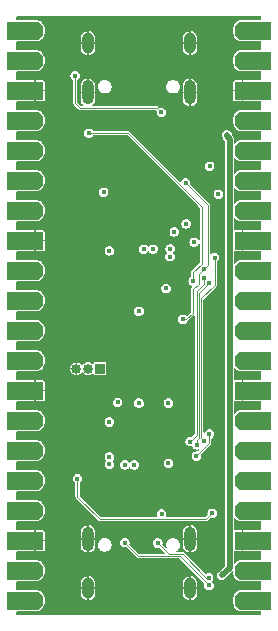
<source format=gbl>
%TF.GenerationSoftware,KiCad,Pcbnew,6.0.11+dfsg-1*%
%TF.CreationDate,2023-04-26T00:49:17+01:00*%
%TF.ProjectId,bico,6269636f-2e6b-4696-9361-645f70636258,rev?*%
%TF.SameCoordinates,Original*%
%TF.FileFunction,Copper,L4,Bot*%
%TF.FilePolarity,Positive*%
%FSLAX46Y46*%
G04 Gerber Fmt 4.6, Leading zero omitted, Abs format (unit mm)*
G04 Created by KiCad (PCBNEW 6.0.11+dfsg-1) date 2023-04-26 00:49:17*
%MOMM*%
%LPD*%
G01*
G04 APERTURE LIST*
G04 Aperture macros list*
%AMFreePoly0*
4,1,19,-0.700000,0.800000,0.000000,0.800000,0.127565,0.788278,0.288060,0.737982,0.431925,0.650855,0.550855,0.531925,0.637982,0.388060,0.688278,0.227565,0.700000,0.100000,0.700000,-0.100000,0.688278,-0.227565,0.637982,-0.388060,0.550855,-0.531925,0.431925,-0.650855,0.288060,-0.737982,0.127565,-0.788278,0.000000,-0.800000,-0.700000,-0.800000,-0.700000,0.800000,-0.700000,0.800000,
$1*%
%AMFreePoly1*
4,1,13,-0.700000,0.800000,0.560000,0.800000,0.613576,0.789343,0.658995,0.758995,0.689343,0.713576,0.700000,0.660000,0.700000,-0.660000,0.689343,-0.713576,0.658995,-0.758995,0.613576,-0.789343,0.560000,-0.800000,-0.700000,-0.800000,-0.700000,0.800000,-0.700000,0.800000,$1*%
G04 Aperture macros list end*
%TA.AperFunction,ComponentPad*%
%ADD10R,0.850000X0.850000*%
%TD*%
%TA.AperFunction,ComponentPad*%
%ADD11O,0.850000X0.850000*%
%TD*%
%TA.AperFunction,ComponentPad*%
%ADD12R,1.800000X1.600000*%
%TD*%
%TA.AperFunction,ComponentPad*%
%ADD13FreePoly0,0.000000*%
%TD*%
%TA.AperFunction,ComponentPad*%
%ADD14FreePoly1,0.000000*%
%TD*%
%TA.AperFunction,ComponentPad*%
%ADD15FreePoly0,180.000000*%
%TD*%
%TA.AperFunction,ComponentPad*%
%ADD16FreePoly1,180.000000*%
%TD*%
%TA.AperFunction,ComponentPad*%
%ADD17O,1.000000X1.800000*%
%TD*%
%TA.AperFunction,ComponentPad*%
%ADD18O,1.000000X2.100000*%
%TD*%
%TA.AperFunction,ViaPad*%
%ADD19C,0.450000*%
%TD*%
%TA.AperFunction,Conductor*%
%ADD20C,0.100000*%
%TD*%
%TA.AperFunction,Conductor*%
%ADD21C,0.500000*%
%TD*%
G04 APERTURE END LIST*
D10*
X146700000Y-104500000D03*
D11*
X145700000Y-104500000D03*
X144700000Y-104500000D03*
D12*
X139700000Y-101270000D03*
X139700000Y-108890000D03*
X160300000Y-113970000D03*
X139700000Y-78410000D03*
X160300000Y-103810000D03*
X160300000Y-108890000D03*
X160300000Y-80950000D03*
X160300000Y-93650000D03*
X139700000Y-113970000D03*
X139700000Y-116510000D03*
X160300000Y-124130000D03*
X139700000Y-103810000D03*
X160300000Y-98730000D03*
X139700000Y-96190000D03*
X160300000Y-83490000D03*
X139700000Y-121590000D03*
X160300000Y-88570000D03*
X160300000Y-101270000D03*
X139700000Y-91110000D03*
X160300000Y-78410000D03*
X160300000Y-119050000D03*
X139700000Y-98730000D03*
X139700000Y-83490000D03*
X139700000Y-124130000D03*
X160300000Y-111430000D03*
X139700000Y-75870000D03*
X160300000Y-116510000D03*
X139700000Y-93650000D03*
X160300000Y-91110000D03*
X160300000Y-106350000D03*
X139700000Y-119050000D03*
X160300000Y-121590000D03*
X139700000Y-86030000D03*
X139700000Y-111430000D03*
X160300000Y-75870000D03*
X160300000Y-86030000D03*
X139700000Y-88570000D03*
X160300000Y-96190000D03*
X139700000Y-106350000D03*
X139700000Y-80950000D03*
D13*
X141210000Y-75870000D03*
X141210000Y-78410000D03*
D14*
X141210000Y-80950000D03*
D13*
X141210000Y-83490000D03*
X141210000Y-86030000D03*
X141210000Y-88570000D03*
X141210000Y-91110000D03*
D14*
X141210000Y-93650000D03*
D13*
X141210000Y-96190000D03*
X141210000Y-98730000D03*
X141210000Y-101270000D03*
X141210000Y-103810000D03*
D14*
X141210000Y-106350000D03*
D13*
X141210000Y-108890000D03*
X141210000Y-111430000D03*
X141210000Y-113970000D03*
X141210000Y-116510000D03*
D14*
X141210000Y-119050000D03*
D13*
X141210000Y-121590000D03*
X141210000Y-124130000D03*
D15*
X158790000Y-124130000D03*
X158790000Y-121590000D03*
D16*
X158790000Y-119050000D03*
D15*
X158790000Y-116510000D03*
X158790000Y-113970000D03*
X158790000Y-111430000D03*
X158790000Y-108890000D03*
D16*
X158790000Y-106350000D03*
D15*
X158790000Y-103810000D03*
X158790000Y-101270000D03*
X158790000Y-98730000D03*
X158790000Y-96190000D03*
D16*
X158790000Y-93650000D03*
D15*
X158790000Y-91110000D03*
X158790000Y-88570000D03*
X158790000Y-86030000D03*
X158790000Y-83490000D03*
D16*
X158790000Y-80950000D03*
D15*
X158790000Y-78410000D03*
X158790000Y-75870000D03*
D17*
X154320000Y-76925000D03*
D18*
X145680000Y-81105000D03*
D17*
X145680000Y-76925000D03*
D18*
X154320000Y-81105000D03*
D17*
X145680000Y-123075000D03*
D18*
X154320000Y-118895000D03*
D17*
X154320000Y-123075000D03*
D18*
X145680000Y-118895000D03*
D19*
X154670000Y-112650000D03*
X157020000Y-95960000D03*
X146400000Y-90500000D03*
X145050000Y-90500000D03*
X153200000Y-115000000D03*
X154570000Y-115100000D03*
X156900000Y-115080000D03*
X143550000Y-82950000D03*
X149700000Y-116700000D03*
X143520000Y-93160000D03*
X154400000Y-109550000D03*
X150000000Y-107400000D03*
X159300000Y-89850000D03*
X159350000Y-87300000D03*
X146300000Y-113850000D03*
X156750000Y-123100000D03*
X157550000Y-124800000D03*
X142500000Y-124750000D03*
X159350000Y-84750000D03*
X158000000Y-77150000D03*
X155700000Y-75700000D03*
X142550000Y-75450000D03*
X143520000Y-90270000D03*
X155800000Y-98850000D03*
X153600000Y-93600000D03*
X143600000Y-96700000D03*
X141700000Y-100000000D03*
X155750000Y-103150000D03*
X151520000Y-115970000D03*
X146400000Y-91890000D03*
X145050000Y-91900000D03*
X152630000Y-95000000D03*
X147500000Y-111970000D03*
X148810000Y-112630000D03*
X151210000Y-94370000D03*
X155990000Y-87350000D03*
X156660000Y-85900000D03*
X154840000Y-85900000D03*
X155750000Y-85900000D03*
X153727784Y-100311127D03*
X155516499Y-96046499D03*
X153950000Y-88750000D03*
X149500000Y-101450000D03*
X144100000Y-106250000D03*
X154595000Y-97075000D03*
X145750000Y-84550000D03*
X156405000Y-95085000D03*
X155500000Y-96790000D03*
X155940000Y-97250000D03*
X144800000Y-113800000D03*
X156210000Y-116738400D03*
X154865000Y-111895000D03*
X155970000Y-110010000D03*
X155500000Y-110590000D03*
X154910000Y-110930000D03*
X154340000Y-110660000D03*
X154050000Y-91250000D03*
X154000000Y-92225000D03*
X154675000Y-93775000D03*
X143025000Y-113725000D03*
X151900000Y-82800000D03*
X144600000Y-79675000D03*
X155929327Y-122840673D03*
X148800000Y-119220000D03*
X154575000Y-116450000D03*
X149020000Y-82930000D03*
X150900000Y-82900000D03*
X155905000Y-122175000D03*
X151600000Y-119250000D03*
X147400000Y-103500000D03*
X145400000Y-108200000D03*
X147600000Y-104700000D03*
X155800000Y-107400000D03*
X156900000Y-112600000D03*
X153700000Y-113400000D03*
X153200000Y-116450733D03*
X151915000Y-116775000D03*
X146500000Y-102100000D03*
X157450000Y-84700000D03*
X157000000Y-122000000D03*
X155800000Y-82200000D03*
X155000000Y-83000000D03*
X155000000Y-89000000D03*
X155775000Y-89725000D03*
X156729999Y-89729999D03*
X146890000Y-93200000D03*
X147800000Y-116450000D03*
X146800000Y-116450000D03*
X144100000Y-108150000D03*
X151440000Y-102140000D03*
X154100000Y-105900000D03*
X155750000Y-105900000D03*
X148200000Y-103500000D03*
X149250000Y-103500000D03*
X150300000Y-103500000D03*
X149200000Y-110800000D03*
X150800000Y-110800000D03*
X150800000Y-109200000D03*
X149200000Y-109200000D03*
X147500000Y-109000000D03*
X152500000Y-112500000D03*
X152500000Y-107400000D03*
X148200000Y-107350000D03*
X147500000Y-112600000D03*
X149600000Y-112640000D03*
X147013248Y-89550000D03*
X144563248Y-89550000D03*
X156450000Y-94350000D03*
X156690000Y-98130000D03*
X149600000Y-102700000D03*
X143625000Y-98000000D03*
X144300000Y-93300000D03*
X153250000Y-90600000D03*
X152250000Y-90600000D03*
X149250000Y-90600000D03*
X151900000Y-99200000D03*
X149200000Y-97800000D03*
X150800000Y-97800000D03*
X150800000Y-96200000D03*
X149200000Y-96200000D03*
X152300000Y-97700000D03*
X147500000Y-94500000D03*
X150000000Y-99630000D03*
X152650000Y-94350000D03*
X153000000Y-92900000D03*
X150400000Y-94370000D03*
D20*
X155970000Y-110790000D02*
X155970000Y-110010000D01*
X154865000Y-111895000D02*
X155970000Y-110790000D01*
X155096999Y-98093001D02*
X155096999Y-110371655D01*
X155096999Y-110371655D02*
X154910000Y-110558654D01*
X155940000Y-97250000D02*
X155096999Y-98093001D01*
X154910000Y-110558654D02*
X154910000Y-110930000D01*
X154889501Y-110110499D02*
X154340000Y-110660000D01*
X154889501Y-97892636D02*
X154889501Y-110110499D01*
X155486500Y-97295637D02*
X154889501Y-97892636D01*
X155500000Y-96790000D02*
X155486500Y-96803500D01*
X155486500Y-96803500D02*
X155486500Y-97295637D01*
X153463654Y-120375000D02*
X149955000Y-120375000D01*
X155929327Y-122840673D02*
X153463654Y-120375000D01*
X149955000Y-120375000D02*
X148800000Y-119220000D01*
X153727784Y-100311127D02*
X154018873Y-100311127D01*
X155050000Y-96981346D02*
X155046500Y-96977846D01*
X154018873Y-100311127D02*
X154590000Y-99740000D01*
X154590000Y-99740000D02*
X154590000Y-97740000D01*
X154590000Y-97740000D02*
X155050000Y-97280000D01*
X155046500Y-96516498D02*
X155516499Y-96046499D01*
X155050000Y-97280000D02*
X155050000Y-96981346D01*
X155046500Y-96977846D02*
X155046500Y-96516498D01*
X153950000Y-88750000D02*
X155870000Y-90670000D01*
X155870000Y-90670000D02*
X155870000Y-95692998D01*
X155870000Y-95692998D02*
X155516499Y-96046499D01*
X145750000Y-84550000D02*
X149100000Y-84550000D01*
X149100000Y-84550000D02*
X155316998Y-90766998D01*
X155316998Y-90766998D02*
X155316998Y-95603002D01*
X155316998Y-95603002D02*
X154595000Y-96325000D01*
X154595000Y-96325000D02*
X154595000Y-97075000D01*
X155500000Y-110590000D02*
X155296500Y-110386500D01*
X155296500Y-110386500D02*
X155296500Y-98543500D01*
X155296500Y-98543500D02*
X156405000Y-97435000D01*
X156405000Y-97435000D02*
X156405000Y-95085000D01*
X144800000Y-115330000D02*
X146700000Y-117230000D01*
X144800000Y-113800000D02*
X144800000Y-115330000D01*
X146700000Y-117230000D02*
X155718400Y-117230000D01*
X155718400Y-117230000D02*
X156210000Y-116738400D01*
D21*
X157673500Y-121326500D02*
X157673500Y-85047689D01*
X157450000Y-84824189D02*
X157450000Y-84700000D01*
X157000000Y-122000000D02*
X157673500Y-121326500D01*
X157673500Y-85047689D02*
X157450000Y-84824189D01*
D20*
X151600000Y-119250000D02*
X152525499Y-120175499D01*
X152525499Y-120175499D02*
X153715499Y-120175499D01*
X153715499Y-120175499D02*
X155715000Y-122175000D01*
X155715000Y-122175000D02*
X155905000Y-122175000D01*
X151900000Y-82800000D02*
X151500000Y-82400000D01*
X144600000Y-82000000D02*
X144600000Y-79675000D01*
X151500000Y-82400000D02*
X145000000Y-82400000D01*
X145000000Y-82400000D02*
X144600000Y-82000000D01*
%TA.AperFunction,Conductor*%
G36*
X160362219Y-74637781D02*
G01*
X160379500Y-74679500D01*
X160379500Y-74890500D01*
X160362219Y-74932219D01*
X160320500Y-74949500D01*
X159388129Y-74949500D01*
X158699954Y-74949501D01*
X158695097Y-74949780D01*
X158692666Y-74950341D01*
X158692661Y-74950342D01*
X158550670Y-74983124D01*
X158515737Y-74991189D01*
X158449968Y-75022983D01*
X158352982Y-75069867D01*
X158352980Y-75069868D01*
X158350008Y-75071305D01*
X158347432Y-75073362D01*
X158347428Y-75073364D01*
X158212736Y-75180889D01*
X158206148Y-75186148D01*
X158204094Y-75188721D01*
X158093364Y-75327428D01*
X158093362Y-75327432D01*
X158091305Y-75330008D01*
X158011189Y-75495737D01*
X157969780Y-75675097D01*
X157969500Y-75679953D01*
X157969501Y-76060046D01*
X157969780Y-76064903D01*
X157970341Y-76067332D01*
X157970342Y-76067339D01*
X157977931Y-76100210D01*
X158011189Y-76244263D01*
X158012625Y-76247233D01*
X158073552Y-76373267D01*
X158091305Y-76409992D01*
X158093362Y-76412568D01*
X158093364Y-76412572D01*
X158153457Y-76487848D01*
X158206148Y-76553852D01*
X158208721Y-76555906D01*
X158347428Y-76666636D01*
X158347432Y-76666638D01*
X158350008Y-76668695D01*
X158352980Y-76670132D01*
X158352982Y-76670133D01*
X158442058Y-76713193D01*
X158515737Y-76748811D01*
X158695097Y-76790220D01*
X158697584Y-76790363D01*
X158697588Y-76790364D01*
X158699116Y-76790452D01*
X158699125Y-76790452D01*
X158699953Y-76790500D01*
X160320500Y-76790500D01*
X160362219Y-76807781D01*
X160379500Y-76849500D01*
X160379500Y-77430500D01*
X160362219Y-77472219D01*
X160320500Y-77489500D01*
X159388129Y-77489500D01*
X158699954Y-77489501D01*
X158695097Y-77489780D01*
X158692666Y-77490341D01*
X158692661Y-77490342D01*
X158550670Y-77523124D01*
X158515737Y-77531189D01*
X158449968Y-77562983D01*
X158352982Y-77609867D01*
X158352980Y-77609868D01*
X158350008Y-77611305D01*
X158347432Y-77613362D01*
X158347428Y-77613364D01*
X158245128Y-77695030D01*
X158206148Y-77726148D01*
X158204094Y-77728721D01*
X158093364Y-77867428D01*
X158093362Y-77867432D01*
X158091305Y-77870008D01*
X158089868Y-77872980D01*
X158089867Y-77872982D01*
X158080867Y-77891600D01*
X158011189Y-78035737D01*
X157969780Y-78215097D01*
X157969500Y-78219953D01*
X157969501Y-78600046D01*
X157969780Y-78604903D01*
X158011189Y-78784263D01*
X158091305Y-78949992D01*
X158093362Y-78952568D01*
X158093364Y-78952572D01*
X158200889Y-79087264D01*
X158206148Y-79093852D01*
X158208721Y-79095906D01*
X158347428Y-79206636D01*
X158347432Y-79206638D01*
X158350008Y-79208695D01*
X158352980Y-79210132D01*
X158352982Y-79210133D01*
X158442058Y-79253193D01*
X158515737Y-79288811D01*
X158695097Y-79330220D01*
X158697584Y-79330363D01*
X158697588Y-79330364D01*
X158699116Y-79330452D01*
X158699125Y-79330452D01*
X158699953Y-79330500D01*
X160320500Y-79330500D01*
X160362219Y-79347781D01*
X160379500Y-79389500D01*
X160379500Y-79970500D01*
X160362219Y-80012219D01*
X160320500Y-80029500D01*
X159388130Y-80029500D01*
X159386458Y-80029833D01*
X159383051Y-80030000D01*
X158861737Y-80030001D01*
X158853438Y-80033439D01*
X158850000Y-80041738D01*
X158850000Y-81858263D01*
X158853438Y-81866562D01*
X158861737Y-81870000D01*
X159383051Y-81870000D01*
X159386458Y-81870167D01*
X159388130Y-81870500D01*
X160320500Y-81870500D01*
X160362219Y-81887781D01*
X160379500Y-81929500D01*
X160379500Y-82510500D01*
X160362219Y-82552219D01*
X160320500Y-82569500D01*
X159388129Y-82569500D01*
X158699954Y-82569501D01*
X158695097Y-82569780D01*
X158692666Y-82570341D01*
X158692661Y-82570342D01*
X158550670Y-82603124D01*
X158515737Y-82611189D01*
X158449968Y-82642983D01*
X158352982Y-82689867D01*
X158352980Y-82689868D01*
X158350008Y-82691305D01*
X158347432Y-82693362D01*
X158347428Y-82693364D01*
X158219592Y-82795416D01*
X158206148Y-82806148D01*
X158204094Y-82808721D01*
X158093364Y-82947428D01*
X158093362Y-82947432D01*
X158091305Y-82950008D01*
X158011189Y-83115737D01*
X157969780Y-83295097D01*
X157969500Y-83299953D01*
X157969501Y-83680046D01*
X157969780Y-83684903D01*
X158011189Y-83864263D01*
X158091305Y-84029992D01*
X158093362Y-84032568D01*
X158093364Y-84032572D01*
X158179490Y-84140458D01*
X158206148Y-84173852D01*
X158208721Y-84175906D01*
X158347428Y-84286636D01*
X158347432Y-84286638D01*
X158350008Y-84288695D01*
X158352980Y-84290132D01*
X158352982Y-84290133D01*
X158385793Y-84305994D01*
X158515737Y-84368811D01*
X158695097Y-84410220D01*
X158697584Y-84410363D01*
X158697588Y-84410364D01*
X158699116Y-84410452D01*
X158699125Y-84410452D01*
X158699953Y-84410500D01*
X160320500Y-84410500D01*
X160362219Y-84427781D01*
X160379500Y-84469500D01*
X160379500Y-85050500D01*
X160362219Y-85092219D01*
X160320500Y-85109500D01*
X159388129Y-85109500D01*
X158699954Y-85109501D01*
X158695097Y-85109780D01*
X158692666Y-85110341D01*
X158692661Y-85110342D01*
X158550670Y-85143124D01*
X158515737Y-85151189D01*
X158449968Y-85182983D01*
X158352982Y-85229867D01*
X158352980Y-85229868D01*
X158350008Y-85231305D01*
X158347432Y-85233362D01*
X158347428Y-85233364D01*
X158212736Y-85340889D01*
X158206148Y-85346148D01*
X158204094Y-85348721D01*
X158149110Y-85417598D01*
X158109577Y-85439421D01*
X158066191Y-85426899D01*
X158044368Y-85387366D01*
X158044000Y-85380789D01*
X158044000Y-85093519D01*
X158045322Y-85081101D01*
X158047680Y-85070149D01*
X158048706Y-85065383D01*
X158044409Y-85029075D01*
X158044000Y-85022143D01*
X158044000Y-85016911D01*
X158040659Y-84996839D01*
X158040268Y-84994094D01*
X158040220Y-84993688D01*
X158034209Y-84942894D01*
X158032097Y-84938496D01*
X158030973Y-84934627D01*
X158029671Y-84930823D01*
X158028871Y-84926018D01*
X158004396Y-84880659D01*
X158003135Y-84878182D01*
X157982423Y-84835048D01*
X157982422Y-84835046D01*
X157980817Y-84831704D01*
X157977311Y-84827534D01*
X157977211Y-84827434D01*
X157974827Y-84824610D01*
X157972616Y-84821760D01*
X157970300Y-84817467D01*
X157930726Y-84780885D01*
X157929056Y-84779279D01*
X157874936Y-84725159D01*
X157858381Y-84692670D01*
X157840224Y-84578030D01*
X157839498Y-84573445D01*
X157825217Y-84545416D01*
X157783433Y-84463413D01*
X157781326Y-84459277D01*
X157690723Y-84368674D01*
X157628593Y-84337017D01*
X157580693Y-84312610D01*
X157580691Y-84312609D01*
X157576555Y-84310502D01*
X157450000Y-84290458D01*
X157323445Y-84310502D01*
X157319309Y-84312609D01*
X157319307Y-84312610D01*
X157271407Y-84337017D01*
X157209277Y-84368674D01*
X157118674Y-84459277D01*
X157116567Y-84463413D01*
X157074784Y-84545416D01*
X157060502Y-84573445D01*
X157040458Y-84700000D01*
X157060502Y-84826555D01*
X157077429Y-84859776D01*
X157083449Y-84879623D01*
X157085572Y-84897555D01*
X157088717Y-84924138D01*
X157088718Y-84924141D01*
X157089291Y-84928984D01*
X157091403Y-84933381D01*
X157092525Y-84937244D01*
X157093829Y-84941052D01*
X157094629Y-84945860D01*
X157096944Y-84950151D01*
X157096945Y-84950153D01*
X157119099Y-84991212D01*
X157120361Y-84993688D01*
X157141078Y-85036830D01*
X157142684Y-85040174D01*
X157146189Y-85044344D01*
X157146295Y-85044450D01*
X157148669Y-85047262D01*
X157150882Y-85050116D01*
X157153200Y-85054411D01*
X157156784Y-85057724D01*
X157192771Y-85090990D01*
X157194416Y-85092571D01*
X157285721Y-85183876D01*
X157303000Y-85225594D01*
X157303000Y-121148596D01*
X157285719Y-121190315D01*
X156863920Y-121612114D01*
X156848988Y-121622964D01*
X156759277Y-121668674D01*
X156668674Y-121759277D01*
X156640194Y-121815172D01*
X156634326Y-121826689D01*
X156610502Y-121873445D01*
X156590458Y-122000000D01*
X156610502Y-122126555D01*
X156612609Y-122130691D01*
X156612610Y-122130693D01*
X156620296Y-122145777D01*
X156668674Y-122240723D01*
X156759277Y-122331326D01*
X156815172Y-122359806D01*
X156869307Y-122387390D01*
X156869309Y-122387391D01*
X156873445Y-122389498D01*
X157000000Y-122409542D01*
X157126555Y-122389498D01*
X157130691Y-122387391D01*
X157130693Y-122387390D01*
X157184828Y-122359806D01*
X157240723Y-122331326D01*
X157331326Y-122240723D01*
X157333433Y-122236588D01*
X157333435Y-122236585D01*
X157377035Y-122151015D01*
X157387885Y-122136081D01*
X157868782Y-121655185D01*
X157910501Y-121637904D01*
X157952220Y-121655185D01*
X157969501Y-121696903D01*
X157969501Y-121780046D01*
X157969780Y-121784903D01*
X157970341Y-121787332D01*
X157970342Y-121787339D01*
X158003508Y-121930994D01*
X158011189Y-121964263D01*
X158012625Y-121967233D01*
X158089644Y-122126555D01*
X158091305Y-122129992D01*
X158093362Y-122132568D01*
X158093364Y-122132572D01*
X158176398Y-122236585D01*
X158206148Y-122273852D01*
X158208721Y-122275906D01*
X158347428Y-122386636D01*
X158347432Y-122386638D01*
X158350008Y-122388695D01*
X158352980Y-122390132D01*
X158352982Y-122390133D01*
X158405918Y-122415723D01*
X158515737Y-122468811D01*
X158695097Y-122510220D01*
X158697584Y-122510363D01*
X158697588Y-122510364D01*
X158699116Y-122510452D01*
X158699125Y-122510452D01*
X158699953Y-122510500D01*
X160320500Y-122510500D01*
X160362219Y-122527781D01*
X160379500Y-122569500D01*
X160379500Y-123150500D01*
X160362219Y-123192219D01*
X160320500Y-123209500D01*
X159388129Y-123209500D01*
X158699954Y-123209501D01*
X158695097Y-123209780D01*
X158692666Y-123210341D01*
X158692661Y-123210342D01*
X158550670Y-123243124D01*
X158515737Y-123251189D01*
X158449968Y-123282983D01*
X158352982Y-123329867D01*
X158352980Y-123329868D01*
X158350008Y-123331305D01*
X158347432Y-123333362D01*
X158347428Y-123333364D01*
X158212736Y-123440889D01*
X158206148Y-123446148D01*
X158204094Y-123448721D01*
X158093364Y-123587428D01*
X158093362Y-123587432D01*
X158091305Y-123590008D01*
X158089868Y-123592980D01*
X158089867Y-123592982D01*
X158070105Y-123633863D01*
X158011189Y-123755737D01*
X157969780Y-123935097D01*
X157969500Y-123939953D01*
X157969501Y-124320046D01*
X157969780Y-124324903D01*
X158011189Y-124504263D01*
X158091305Y-124669992D01*
X158093362Y-124672568D01*
X158093364Y-124672572D01*
X158200889Y-124807264D01*
X158206148Y-124813852D01*
X158208721Y-124815906D01*
X158347428Y-124926636D01*
X158347432Y-124926638D01*
X158350008Y-124928695D01*
X158352980Y-124930132D01*
X158352982Y-124930133D01*
X158442058Y-124973193D01*
X158515737Y-125008811D01*
X158695097Y-125050220D01*
X158697584Y-125050363D01*
X158697588Y-125050364D01*
X158699116Y-125050452D01*
X158699125Y-125050452D01*
X158699953Y-125050500D01*
X160320500Y-125050500D01*
X160362219Y-125067781D01*
X160379500Y-125109500D01*
X160379500Y-125320500D01*
X160362219Y-125362219D01*
X160320500Y-125379500D01*
X139679500Y-125379500D01*
X139637781Y-125362219D01*
X139620500Y-125320500D01*
X139620500Y-125109500D01*
X139637781Y-125067781D01*
X139679500Y-125050500D01*
X140611871Y-125050500D01*
X141300046Y-125050499D01*
X141304903Y-125050220D01*
X141307334Y-125049659D01*
X141307339Y-125049658D01*
X141481049Y-125009553D01*
X141484263Y-125008811D01*
X141557942Y-124973193D01*
X141647018Y-124930133D01*
X141647020Y-124930132D01*
X141649992Y-124928695D01*
X141652568Y-124926638D01*
X141652572Y-124926636D01*
X141791279Y-124815906D01*
X141793852Y-124813852D01*
X141799111Y-124807264D01*
X141906636Y-124672572D01*
X141906638Y-124672568D01*
X141908695Y-124669992D01*
X141988811Y-124504263D01*
X142030220Y-124324903D01*
X142030500Y-124320047D01*
X142030499Y-123939954D01*
X142030220Y-123935097D01*
X142023309Y-123905159D01*
X141989553Y-123758951D01*
X141988811Y-123755737D01*
X141929895Y-123633863D01*
X141910133Y-123592982D01*
X141910132Y-123592980D01*
X141908695Y-123590008D01*
X141906638Y-123587432D01*
X141906636Y-123587428D01*
X141846543Y-123512152D01*
X145060000Y-123512152D01*
X145060233Y-123515852D01*
X145074240Y-123626733D01*
X145076071Y-123633863D01*
X145131004Y-123772608D01*
X145134554Y-123779066D01*
X145222266Y-123899790D01*
X145227306Y-123905159D01*
X145342289Y-124000280D01*
X145348502Y-124004223D01*
X145483532Y-124067763D01*
X145490529Y-124070037D01*
X145608473Y-124092536D01*
X145617268Y-124090715D01*
X145620000Y-124086555D01*
X145620000Y-124080714D01*
X145740000Y-124080714D01*
X145743020Y-124088004D01*
X145752677Y-124091654D01*
X145793400Y-124089092D01*
X145800628Y-124087713D01*
X145942547Y-124041600D01*
X145949218Y-124038461D01*
X146075206Y-123958507D01*
X146080889Y-123953805D01*
X146183035Y-123845030D01*
X146187366Y-123839069D01*
X146259254Y-123708306D01*
X146261967Y-123701453D01*
X146299076Y-123556925D01*
X146300000Y-123549608D01*
X146300000Y-123512152D01*
X153700000Y-123512152D01*
X153700233Y-123515852D01*
X153714240Y-123626733D01*
X153716071Y-123633863D01*
X153771004Y-123772608D01*
X153774554Y-123779066D01*
X153862266Y-123899790D01*
X153867306Y-123905159D01*
X153982289Y-124000280D01*
X153988502Y-124004223D01*
X154123532Y-124067763D01*
X154130529Y-124070037D01*
X154248473Y-124092536D01*
X154257268Y-124090715D01*
X154260000Y-124086555D01*
X154260000Y-124080714D01*
X154380000Y-124080714D01*
X154383020Y-124088004D01*
X154392677Y-124091654D01*
X154433400Y-124089092D01*
X154440628Y-124087713D01*
X154582547Y-124041600D01*
X154589218Y-124038461D01*
X154715206Y-123958507D01*
X154720889Y-123953805D01*
X154823035Y-123845030D01*
X154827366Y-123839069D01*
X154899254Y-123708306D01*
X154901967Y-123701453D01*
X154939076Y-123556925D01*
X154940000Y-123549608D01*
X154940000Y-123146737D01*
X154936562Y-123138438D01*
X154928263Y-123135000D01*
X154391737Y-123135000D01*
X154383438Y-123138438D01*
X154380000Y-123146737D01*
X154380000Y-124080714D01*
X154260000Y-124080714D01*
X154260000Y-123146737D01*
X154256562Y-123138438D01*
X154248263Y-123135000D01*
X153711737Y-123135000D01*
X153703438Y-123138438D01*
X153700000Y-123146737D01*
X153700000Y-123512152D01*
X146300000Y-123512152D01*
X146300000Y-123146737D01*
X146296562Y-123138438D01*
X146288263Y-123135000D01*
X145751737Y-123135000D01*
X145743438Y-123138438D01*
X145740000Y-123146737D01*
X145740000Y-124080714D01*
X145620000Y-124080714D01*
X145620000Y-123146737D01*
X145616562Y-123138438D01*
X145608263Y-123135000D01*
X145071737Y-123135000D01*
X145063438Y-123138438D01*
X145060000Y-123146737D01*
X145060000Y-123512152D01*
X141846543Y-123512152D01*
X141795906Y-123448721D01*
X141793852Y-123446148D01*
X141787264Y-123440889D01*
X141652572Y-123333364D01*
X141652568Y-123333362D01*
X141649992Y-123331305D01*
X141647020Y-123329868D01*
X141647018Y-123329867D01*
X141550032Y-123282983D01*
X141484263Y-123251189D01*
X141304903Y-123209780D01*
X141302416Y-123209637D01*
X141302412Y-123209636D01*
X141300884Y-123209548D01*
X141300875Y-123209548D01*
X141300047Y-123209500D01*
X139679500Y-123209500D01*
X139637781Y-123192219D01*
X139620500Y-123150500D01*
X139620500Y-123003263D01*
X145060000Y-123003263D01*
X145063438Y-123011562D01*
X145071737Y-123015000D01*
X145608263Y-123015000D01*
X145616562Y-123011562D01*
X145620000Y-123003263D01*
X145740000Y-123003263D01*
X145743438Y-123011562D01*
X145751737Y-123015000D01*
X146288263Y-123015000D01*
X146296562Y-123011562D01*
X146300000Y-123003263D01*
X153700000Y-123003263D01*
X153703438Y-123011562D01*
X153711737Y-123015000D01*
X154248263Y-123015000D01*
X154256562Y-123011562D01*
X154260000Y-123003263D01*
X154380000Y-123003263D01*
X154383438Y-123011562D01*
X154391737Y-123015000D01*
X154928263Y-123015000D01*
X154936562Y-123011562D01*
X154940000Y-123003263D01*
X154940000Y-122637848D01*
X154939767Y-122634148D01*
X154925760Y-122523267D01*
X154923929Y-122516137D01*
X154868996Y-122377392D01*
X154865446Y-122370934D01*
X154777734Y-122250210D01*
X154772694Y-122244841D01*
X154657711Y-122149720D01*
X154651498Y-122145777D01*
X154516468Y-122082237D01*
X154509471Y-122079963D01*
X154391527Y-122057464D01*
X154382732Y-122059285D01*
X154380000Y-122063445D01*
X154380000Y-123003263D01*
X154260000Y-123003263D01*
X154260000Y-122069286D01*
X154256980Y-122061996D01*
X154247323Y-122058346D01*
X154206600Y-122060908D01*
X154199372Y-122062287D01*
X154057453Y-122108400D01*
X154050782Y-122111539D01*
X153924794Y-122191493D01*
X153919111Y-122196195D01*
X153816965Y-122304970D01*
X153812634Y-122310931D01*
X153740746Y-122441694D01*
X153738033Y-122448547D01*
X153700924Y-122593075D01*
X153700000Y-122600392D01*
X153700000Y-123003263D01*
X146300000Y-123003263D01*
X146300000Y-122637848D01*
X146299767Y-122634148D01*
X146285760Y-122523267D01*
X146283929Y-122516137D01*
X146228996Y-122377392D01*
X146225446Y-122370934D01*
X146137734Y-122250210D01*
X146132694Y-122244841D01*
X146017711Y-122149720D01*
X146011498Y-122145777D01*
X145876468Y-122082237D01*
X145869471Y-122079963D01*
X145751527Y-122057464D01*
X145742732Y-122059285D01*
X145740000Y-122063445D01*
X145740000Y-123003263D01*
X145620000Y-123003263D01*
X145620000Y-122069286D01*
X145616980Y-122061996D01*
X145607323Y-122058346D01*
X145566600Y-122060908D01*
X145559372Y-122062287D01*
X145417453Y-122108400D01*
X145410782Y-122111539D01*
X145284794Y-122191493D01*
X145279111Y-122196195D01*
X145176965Y-122304970D01*
X145172634Y-122310931D01*
X145100746Y-122441694D01*
X145098033Y-122448547D01*
X145060924Y-122593075D01*
X145060000Y-122600392D01*
X145060000Y-123003263D01*
X139620500Y-123003263D01*
X139620500Y-122569500D01*
X139637781Y-122527781D01*
X139679500Y-122510500D01*
X140611871Y-122510500D01*
X141300046Y-122510499D01*
X141304903Y-122510220D01*
X141307334Y-122509659D01*
X141307339Y-122509658D01*
X141481049Y-122469553D01*
X141484263Y-122468811D01*
X141594082Y-122415723D01*
X141647018Y-122390133D01*
X141647020Y-122390132D01*
X141649992Y-122388695D01*
X141652568Y-122386638D01*
X141652572Y-122386636D01*
X141791279Y-122275906D01*
X141793852Y-122273852D01*
X141823602Y-122236585D01*
X141906636Y-122132572D01*
X141906638Y-122132568D01*
X141908695Y-122129992D01*
X141910357Y-122126555D01*
X141987375Y-121967233D01*
X141988811Y-121964263D01*
X142030220Y-121784903D01*
X142030500Y-121780047D01*
X142030499Y-121399954D01*
X142030220Y-121395097D01*
X141988811Y-121215737D01*
X141908695Y-121050008D01*
X141906638Y-121047432D01*
X141906636Y-121047428D01*
X141795906Y-120908721D01*
X141793852Y-120906148D01*
X141787264Y-120900889D01*
X141652572Y-120793364D01*
X141652568Y-120793362D01*
X141649992Y-120791305D01*
X141647020Y-120789868D01*
X141647018Y-120789867D01*
X141550032Y-120742983D01*
X141484263Y-120711189D01*
X141304903Y-120669780D01*
X141302416Y-120669637D01*
X141302412Y-120669636D01*
X141300884Y-120669548D01*
X141300875Y-120669548D01*
X141300047Y-120669500D01*
X139679500Y-120669500D01*
X139637781Y-120652219D01*
X139620500Y-120610500D01*
X139620500Y-120029500D01*
X139637781Y-119987781D01*
X139679500Y-119970500D01*
X140611870Y-119970500D01*
X140613542Y-119970167D01*
X140616949Y-119970000D01*
X141138263Y-119969999D01*
X141146562Y-119966561D01*
X141150000Y-119958262D01*
X141270000Y-119958262D01*
X141273438Y-119966561D01*
X141281737Y-119969999D01*
X141792713Y-119969999D01*
X141798445Y-119969435D01*
X141865747Y-119956049D01*
X141876280Y-119951686D01*
X141952619Y-119900678D01*
X141960678Y-119892619D01*
X142011687Y-119816277D01*
X142016049Y-119805748D01*
X142029433Y-119738458D01*
X142030000Y-119732707D01*
X142030000Y-119482152D01*
X145060000Y-119482152D01*
X145060233Y-119485852D01*
X145074240Y-119596733D01*
X145076071Y-119603863D01*
X145131004Y-119742608D01*
X145134554Y-119749066D01*
X145222266Y-119869790D01*
X145227306Y-119875159D01*
X145342289Y-119970280D01*
X145348502Y-119974223D01*
X145483532Y-120037763D01*
X145490529Y-120040037D01*
X145608473Y-120062536D01*
X145617268Y-120060715D01*
X145620000Y-120056555D01*
X145620000Y-120050714D01*
X145740000Y-120050714D01*
X145743020Y-120058004D01*
X145752677Y-120061654D01*
X145793400Y-120059092D01*
X145800628Y-120057713D01*
X145942547Y-120011600D01*
X145949218Y-120008461D01*
X146075206Y-119928507D01*
X146080889Y-119923805D01*
X146183035Y-119815030D01*
X146187366Y-119809069D01*
X146259254Y-119678306D01*
X146261967Y-119671453D01*
X146299076Y-119526925D01*
X146300000Y-119519608D01*
X146300000Y-119395000D01*
X146525500Y-119395000D01*
X146526005Y-119398836D01*
X146536974Y-119482152D01*
X146545416Y-119546280D01*
X146546895Y-119549850D01*
X146546896Y-119549853D01*
X146597265Y-119671453D01*
X146603808Y-119687250D01*
X146696696Y-119808304D01*
X146707087Y-119816277D01*
X146814683Y-119898839D01*
X146814685Y-119898840D01*
X146817750Y-119901192D01*
X146821319Y-119902671D01*
X146821322Y-119902672D01*
X146903898Y-119936876D01*
X146958720Y-119959584D01*
X146962554Y-119960089D01*
X146962555Y-119960089D01*
X147070095Y-119974247D01*
X147070101Y-119974247D01*
X147072020Y-119974500D01*
X147147980Y-119974500D01*
X147149899Y-119974247D01*
X147149905Y-119974247D01*
X147257445Y-119960089D01*
X147257446Y-119960089D01*
X147261280Y-119959584D01*
X147316102Y-119936876D01*
X147398678Y-119902672D01*
X147398681Y-119902671D01*
X147402250Y-119901192D01*
X147405315Y-119898840D01*
X147405317Y-119898839D01*
X147512913Y-119816277D01*
X147523304Y-119808304D01*
X147616192Y-119687250D01*
X147622736Y-119671453D01*
X147673104Y-119549853D01*
X147673105Y-119549850D01*
X147674584Y-119546280D01*
X147683027Y-119482152D01*
X147693995Y-119398836D01*
X147694500Y-119395000D01*
X147693400Y-119386648D01*
X147675089Y-119247555D01*
X147675089Y-119247554D01*
X147674584Y-119243720D01*
X147664759Y-119220000D01*
X148390458Y-119220000D01*
X148410502Y-119346555D01*
X148412609Y-119350691D01*
X148412610Y-119350693D01*
X148433153Y-119391009D01*
X148468674Y-119460723D01*
X148559277Y-119551326D01*
X148611712Y-119578043D01*
X148669307Y-119607390D01*
X148669309Y-119607391D01*
X148673445Y-119609498D01*
X148800000Y-119629542D01*
X148915700Y-119611217D01*
X148959608Y-119621759D01*
X148966648Y-119627772D01*
X149818970Y-120480094D01*
X149826049Y-120488650D01*
X149837499Y-120505498D01*
X149869133Y-120522461D01*
X149871767Y-120523963D01*
X149902488Y-120542568D01*
X149907184Y-120542863D01*
X149911329Y-120545086D01*
X149914606Y-120545500D01*
X149947233Y-120545500D01*
X149950936Y-120545616D01*
X149957287Y-120546016D01*
X149978972Y-120547380D01*
X149978973Y-120547380D01*
X149986097Y-120547828D01*
X149990484Y-120545875D01*
X149994687Y-120545500D01*
X153368592Y-120545500D01*
X153410311Y-120562781D01*
X154466253Y-121618722D01*
X155521555Y-122674024D01*
X155538836Y-122715743D01*
X155538110Y-122724970D01*
X155519785Y-122840673D01*
X155539829Y-122967228D01*
X155598001Y-123081396D01*
X155688604Y-123171999D01*
X155728288Y-123192219D01*
X155798634Y-123228063D01*
X155798636Y-123228064D01*
X155802772Y-123230171D01*
X155929327Y-123250215D01*
X156055882Y-123230171D01*
X156060018Y-123228064D01*
X156060020Y-123228063D01*
X156130366Y-123192219D01*
X156170050Y-123171999D01*
X156260653Y-123081396D01*
X156318825Y-122967228D01*
X156338869Y-122840673D01*
X156318825Y-122714118D01*
X156260653Y-122599950D01*
X156198095Y-122537392D01*
X156180814Y-122495673D01*
X156198095Y-122453954D01*
X156236326Y-122415723D01*
X156294498Y-122301555D01*
X156314542Y-122175000D01*
X156294498Y-122048445D01*
X156236326Y-121934277D01*
X156145723Y-121843674D01*
X156089828Y-121815194D01*
X156035693Y-121787610D01*
X156035691Y-121787609D01*
X156031555Y-121785502D01*
X155905000Y-121765458D01*
X155778445Y-121785502D01*
X155774309Y-121787609D01*
X155774307Y-121787610D01*
X155676317Y-121837539D01*
X155631299Y-121841082D01*
X155607812Y-121826689D01*
X153851529Y-120070405D01*
X153844450Y-120061849D01*
X153837013Y-120050906D01*
X153833000Y-120045001D01*
X153801364Y-120028037D01*
X153798729Y-120026534D01*
X153768012Y-120007932D01*
X153763317Y-120007637D01*
X153759170Y-120005413D01*
X153755893Y-120004999D01*
X153723262Y-120004999D01*
X153719557Y-120004883D01*
X153691528Y-120003119D01*
X153691527Y-120003119D01*
X153684403Y-120002671D01*
X153680016Y-120004624D01*
X153675813Y-120004999D01*
X153220775Y-120004999D01*
X153179056Y-119987718D01*
X153161775Y-119945999D01*
X153179056Y-119904280D01*
X153184858Y-119899191D01*
X153292913Y-119816277D01*
X153303304Y-119808304D01*
X153396192Y-119687250D01*
X153402736Y-119671453D01*
X153453104Y-119549853D01*
X153453105Y-119549850D01*
X153454584Y-119546280D01*
X153463027Y-119482152D01*
X153700000Y-119482152D01*
X153700233Y-119485852D01*
X153714240Y-119596733D01*
X153716071Y-119603863D01*
X153771004Y-119742608D01*
X153774554Y-119749066D01*
X153862266Y-119869790D01*
X153867306Y-119875159D01*
X153982289Y-119970280D01*
X153988502Y-119974223D01*
X154123532Y-120037763D01*
X154130529Y-120040037D01*
X154248473Y-120062536D01*
X154257268Y-120060715D01*
X154260000Y-120056555D01*
X154260000Y-120050714D01*
X154380000Y-120050714D01*
X154383020Y-120058004D01*
X154392677Y-120061654D01*
X154433400Y-120059092D01*
X154440628Y-120057713D01*
X154582547Y-120011600D01*
X154589218Y-120008461D01*
X154715206Y-119928507D01*
X154720889Y-119923805D01*
X154823035Y-119815030D01*
X154827366Y-119809069D01*
X154899254Y-119678306D01*
X154901967Y-119671453D01*
X154939076Y-119526925D01*
X154940000Y-119519608D01*
X154940000Y-118966737D01*
X154936562Y-118958438D01*
X154928263Y-118955000D01*
X154391737Y-118955000D01*
X154383438Y-118958438D01*
X154380000Y-118966737D01*
X154380000Y-120050714D01*
X154260000Y-120050714D01*
X154260000Y-118966737D01*
X154256562Y-118958438D01*
X154248263Y-118955000D01*
X153711737Y-118955000D01*
X153703438Y-118958438D01*
X153700000Y-118966737D01*
X153700000Y-119482152D01*
X153463027Y-119482152D01*
X153473995Y-119398836D01*
X153474500Y-119395000D01*
X153473400Y-119386648D01*
X153455089Y-119247555D01*
X153455089Y-119247554D01*
X153454584Y-119243720D01*
X153406664Y-119128031D01*
X153397672Y-119106322D01*
X153397671Y-119106319D01*
X153396192Y-119102750D01*
X153303304Y-118981696D01*
X153221172Y-118918674D01*
X153185317Y-118891161D01*
X153185315Y-118891160D01*
X153182250Y-118888808D01*
X153178681Y-118887329D01*
X153178678Y-118887328D01*
X153044853Y-118831896D01*
X153041280Y-118830416D01*
X153037446Y-118829911D01*
X153037445Y-118829911D01*
X152986949Y-118823263D01*
X153700000Y-118823263D01*
X153703438Y-118831562D01*
X153711737Y-118835000D01*
X154248263Y-118835000D01*
X154256562Y-118831562D01*
X154260000Y-118823263D01*
X154380000Y-118823263D01*
X154383438Y-118831562D01*
X154391737Y-118835000D01*
X154928263Y-118835000D01*
X154936562Y-118831562D01*
X154940000Y-118823263D01*
X154940000Y-118307848D01*
X154939767Y-118304148D01*
X154925760Y-118193267D01*
X154923929Y-118186137D01*
X154868996Y-118047392D01*
X154865446Y-118040934D01*
X154777734Y-117920210D01*
X154772694Y-117914841D01*
X154657711Y-117819720D01*
X154651498Y-117815777D01*
X154516468Y-117752237D01*
X154509471Y-117749963D01*
X154391527Y-117727464D01*
X154382732Y-117729285D01*
X154380000Y-117733445D01*
X154380000Y-118823263D01*
X154260000Y-118823263D01*
X154260000Y-117739286D01*
X154256980Y-117731996D01*
X154247323Y-117728346D01*
X154206600Y-117730908D01*
X154199372Y-117732287D01*
X154057453Y-117778400D01*
X154050782Y-117781539D01*
X153924794Y-117861493D01*
X153919111Y-117866195D01*
X153816965Y-117974970D01*
X153812634Y-117980931D01*
X153740746Y-118111694D01*
X153738033Y-118118547D01*
X153700924Y-118263075D01*
X153700000Y-118270392D01*
X153700000Y-118823263D01*
X152986949Y-118823263D01*
X152929905Y-118815753D01*
X152929899Y-118815753D01*
X152927980Y-118815500D01*
X152852020Y-118815500D01*
X152850101Y-118815753D01*
X152850095Y-118815753D01*
X152742555Y-118829911D01*
X152742554Y-118829911D01*
X152738720Y-118830416D01*
X152735147Y-118831896D01*
X152601322Y-118887328D01*
X152601319Y-118887329D01*
X152597750Y-118888808D01*
X152594685Y-118891160D01*
X152594683Y-118891161D01*
X152558828Y-118918674D01*
X152476696Y-118981696D01*
X152383808Y-119102750D01*
X152382329Y-119106319D01*
X152382328Y-119106322D01*
X152373336Y-119128031D01*
X152325416Y-119243720D01*
X152324911Y-119247554D01*
X152324911Y-119247555D01*
X152306600Y-119386648D01*
X152305500Y-119395000D01*
X152306005Y-119398836D01*
X152316974Y-119482152D01*
X152325416Y-119546280D01*
X152344853Y-119593205D01*
X152344853Y-119638360D01*
X152312923Y-119670291D01*
X152267766Y-119670291D01*
X152248625Y-119657501D01*
X152007772Y-119416648D01*
X151990491Y-119374929D01*
X151991217Y-119365699D01*
X151994976Y-119341969D01*
X152009542Y-119250000D01*
X151989498Y-119123445D01*
X151984400Y-119113438D01*
X151933433Y-119013413D01*
X151931326Y-119009277D01*
X151840723Y-118918674D01*
X151777710Y-118886567D01*
X151730693Y-118862610D01*
X151730691Y-118862609D01*
X151726555Y-118860502D01*
X151600000Y-118840458D01*
X151473445Y-118860502D01*
X151469309Y-118862609D01*
X151469307Y-118862610D01*
X151422290Y-118886567D01*
X151359277Y-118918674D01*
X151268674Y-119009277D01*
X151266567Y-119013413D01*
X151215601Y-119113438D01*
X151210502Y-119123445D01*
X151190458Y-119250000D01*
X151210502Y-119376555D01*
X151212609Y-119380691D01*
X151212610Y-119380693D01*
X151240194Y-119434828D01*
X151268674Y-119490723D01*
X151359277Y-119581326D01*
X151382587Y-119593203D01*
X151469307Y-119637390D01*
X151469309Y-119637391D01*
X151473445Y-119639498D01*
X151600000Y-119659542D01*
X151715700Y-119641217D01*
X151759608Y-119651759D01*
X151766648Y-119657772D01*
X152013157Y-119904280D01*
X152212658Y-120103781D01*
X152229939Y-120145500D01*
X152212658Y-120187219D01*
X152170939Y-120204500D01*
X150050062Y-120204500D01*
X150008343Y-120187219D01*
X149207772Y-119386648D01*
X149190491Y-119344929D01*
X149191217Y-119335699D01*
X149204065Y-119254584D01*
X149209542Y-119220000D01*
X149189498Y-119093445D01*
X149131326Y-118979277D01*
X149040723Y-118888674D01*
X148984008Y-118859776D01*
X148930693Y-118832610D01*
X148930691Y-118832609D01*
X148926555Y-118830502D01*
X148800000Y-118810458D01*
X148673445Y-118830502D01*
X148669309Y-118832609D01*
X148669307Y-118832610D01*
X148615992Y-118859776D01*
X148559277Y-118888674D01*
X148468674Y-118979277D01*
X148410502Y-119093445D01*
X148390458Y-119220000D01*
X147664759Y-119220000D01*
X147626664Y-119128031D01*
X147617672Y-119106322D01*
X147617671Y-119106319D01*
X147616192Y-119102750D01*
X147523304Y-118981696D01*
X147441172Y-118918674D01*
X147405317Y-118891161D01*
X147405315Y-118891160D01*
X147402250Y-118888808D01*
X147398681Y-118887329D01*
X147398678Y-118887328D01*
X147264853Y-118831896D01*
X147261280Y-118830416D01*
X147257446Y-118829911D01*
X147257445Y-118829911D01*
X147149905Y-118815753D01*
X147149899Y-118815753D01*
X147147980Y-118815500D01*
X147072020Y-118815500D01*
X147070101Y-118815753D01*
X147070095Y-118815753D01*
X146962555Y-118829911D01*
X146962554Y-118829911D01*
X146958720Y-118830416D01*
X146955147Y-118831896D01*
X146821322Y-118887328D01*
X146821319Y-118887329D01*
X146817750Y-118888808D01*
X146814685Y-118891160D01*
X146814683Y-118891161D01*
X146778828Y-118918674D01*
X146696696Y-118981696D01*
X146603808Y-119102750D01*
X146602329Y-119106319D01*
X146602328Y-119106322D01*
X146593336Y-119128031D01*
X146545416Y-119243720D01*
X146544911Y-119247554D01*
X146544911Y-119247555D01*
X146526600Y-119386648D01*
X146525500Y-119395000D01*
X146300000Y-119395000D01*
X146300000Y-118966737D01*
X146296562Y-118958438D01*
X146288263Y-118955000D01*
X145751737Y-118955000D01*
X145743438Y-118958438D01*
X145740000Y-118966737D01*
X145740000Y-120050714D01*
X145620000Y-120050714D01*
X145620000Y-118966737D01*
X145616562Y-118958438D01*
X145608263Y-118955000D01*
X145071737Y-118955000D01*
X145063438Y-118958438D01*
X145060000Y-118966737D01*
X145060000Y-119482152D01*
X142030000Y-119482152D01*
X142030000Y-119121737D01*
X142026562Y-119113438D01*
X142018263Y-119110000D01*
X141281737Y-119110000D01*
X141273438Y-119113438D01*
X141270000Y-119121737D01*
X141270000Y-119958262D01*
X141150000Y-119958262D01*
X141150000Y-118978263D01*
X141270000Y-118978263D01*
X141273438Y-118986562D01*
X141281737Y-118990000D01*
X142018262Y-118990000D01*
X142026561Y-118986562D01*
X142029999Y-118978263D01*
X142029999Y-118823263D01*
X145060000Y-118823263D01*
X145063438Y-118831562D01*
X145071737Y-118835000D01*
X145608263Y-118835000D01*
X145616562Y-118831562D01*
X145620000Y-118823263D01*
X145740000Y-118823263D01*
X145743438Y-118831562D01*
X145751737Y-118835000D01*
X146288263Y-118835000D01*
X146296562Y-118831562D01*
X146300000Y-118823263D01*
X146300000Y-118307848D01*
X146299767Y-118304148D01*
X146285760Y-118193267D01*
X146283929Y-118186137D01*
X146228996Y-118047392D01*
X146225446Y-118040934D01*
X146137734Y-117920210D01*
X146132694Y-117914841D01*
X146017711Y-117819720D01*
X146011498Y-117815777D01*
X145876468Y-117752237D01*
X145869471Y-117749963D01*
X145751527Y-117727464D01*
X145742732Y-117729285D01*
X145740000Y-117733445D01*
X145740000Y-118823263D01*
X145620000Y-118823263D01*
X145620000Y-117739286D01*
X145616980Y-117731996D01*
X145607323Y-117728346D01*
X145566600Y-117730908D01*
X145559372Y-117732287D01*
X145417453Y-117778400D01*
X145410782Y-117781539D01*
X145284794Y-117861493D01*
X145279111Y-117866195D01*
X145176965Y-117974970D01*
X145172634Y-117980931D01*
X145100746Y-118111694D01*
X145098033Y-118118547D01*
X145060924Y-118263075D01*
X145060000Y-118270392D01*
X145060000Y-118823263D01*
X142029999Y-118823263D01*
X142029999Y-118367287D01*
X142029435Y-118361555D01*
X142016049Y-118294253D01*
X142011686Y-118283720D01*
X141960678Y-118207381D01*
X141952619Y-118199322D01*
X141876277Y-118148313D01*
X141865748Y-118143951D01*
X141798458Y-118130567D01*
X141792707Y-118130000D01*
X141281737Y-118130000D01*
X141273438Y-118133438D01*
X141270000Y-118141737D01*
X141270000Y-118978263D01*
X141150000Y-118978263D01*
X141150000Y-118141737D01*
X141146562Y-118133438D01*
X141138263Y-118130000D01*
X140616949Y-118130000D01*
X140613542Y-118129833D01*
X140611870Y-118129500D01*
X139679500Y-118129500D01*
X139637781Y-118112219D01*
X139620500Y-118070500D01*
X139620500Y-117489500D01*
X139637781Y-117447781D01*
X139679500Y-117430500D01*
X140611871Y-117430500D01*
X141300046Y-117430499D01*
X141304903Y-117430220D01*
X141307334Y-117429659D01*
X141307339Y-117429658D01*
X141481049Y-117389553D01*
X141484263Y-117388811D01*
X141595697Y-117334942D01*
X141647018Y-117310133D01*
X141647020Y-117310132D01*
X141649992Y-117308695D01*
X141652568Y-117306638D01*
X141652572Y-117306636D01*
X141791279Y-117195906D01*
X141793852Y-117193852D01*
X141830502Y-117147942D01*
X141906636Y-117052572D01*
X141906638Y-117052568D01*
X141908695Y-117049992D01*
X141988811Y-116884263D01*
X142030220Y-116704903D01*
X142030500Y-116700047D01*
X142030499Y-116319954D01*
X142030220Y-116315097D01*
X141988811Y-116135737D01*
X141908695Y-115970008D01*
X141906638Y-115967432D01*
X141906636Y-115967428D01*
X141795906Y-115828721D01*
X141793852Y-115826148D01*
X141787264Y-115820889D01*
X141652572Y-115713364D01*
X141652568Y-115713362D01*
X141649992Y-115711305D01*
X141647020Y-115709868D01*
X141647018Y-115709867D01*
X141550032Y-115662983D01*
X141484263Y-115631189D01*
X141304903Y-115589780D01*
X141302416Y-115589637D01*
X141302412Y-115589636D01*
X141300884Y-115589548D01*
X141300875Y-115589548D01*
X141300047Y-115589500D01*
X139679500Y-115589500D01*
X139637781Y-115572219D01*
X139620500Y-115530500D01*
X139620500Y-114949500D01*
X139637781Y-114907781D01*
X139679500Y-114890500D01*
X140611871Y-114890500D01*
X141300046Y-114890499D01*
X141304903Y-114890220D01*
X141307334Y-114889659D01*
X141307339Y-114889658D01*
X141481049Y-114849553D01*
X141484263Y-114848811D01*
X141557942Y-114813193D01*
X141647018Y-114770133D01*
X141647020Y-114770132D01*
X141649992Y-114768695D01*
X141652568Y-114766638D01*
X141652572Y-114766636D01*
X141791279Y-114655906D01*
X141793852Y-114653852D01*
X141821506Y-114619211D01*
X141906636Y-114512572D01*
X141906638Y-114512568D01*
X141908695Y-114509992D01*
X141988811Y-114344263D01*
X142030220Y-114164903D01*
X142030500Y-114160047D01*
X142030499Y-113800000D01*
X144390458Y-113800000D01*
X144410502Y-113926555D01*
X144468674Y-114040723D01*
X144559277Y-114131326D01*
X144589665Y-114146810D01*
X144597286Y-114150693D01*
X144626613Y-114185031D01*
X144629500Y-114203262D01*
X144629500Y-115308124D01*
X144628455Y-115319179D01*
X144624638Y-115339190D01*
X144635014Y-115373556D01*
X144635822Y-115376512D01*
X144644380Y-115411356D01*
X144647491Y-115414885D01*
X144648851Y-115419389D01*
X144650875Y-115421999D01*
X144673955Y-115445079D01*
X144676493Y-115447781D01*
X144699781Y-115474196D01*
X144704262Y-115475916D01*
X144707496Y-115478620D01*
X146563970Y-117335094D01*
X146571049Y-117343650D01*
X146582499Y-117360498D01*
X146614133Y-117377461D01*
X146616767Y-117378963D01*
X146647488Y-117397568D01*
X146652184Y-117397863D01*
X146656329Y-117400086D01*
X146659606Y-117400500D01*
X146692233Y-117400500D01*
X146695936Y-117400616D01*
X146702287Y-117401016D01*
X146723972Y-117402380D01*
X146723973Y-117402380D01*
X146731097Y-117402828D01*
X146735484Y-117400875D01*
X146739687Y-117400500D01*
X155696524Y-117400500D01*
X155707580Y-117401545D01*
X155727590Y-117405362D01*
X155761956Y-117394986D01*
X155764916Y-117394177D01*
X155792820Y-117387324D01*
X155792822Y-117387323D01*
X155799756Y-117385620D01*
X155803285Y-117382509D01*
X155807789Y-117381149D01*
X155810399Y-117379125D01*
X155833479Y-117356045D01*
X155836180Y-117353508D01*
X155857239Y-117334942D01*
X155862596Y-117330219D01*
X155864316Y-117325737D01*
X155867020Y-117322503D01*
X156043352Y-117146172D01*
X156085071Y-117128891D01*
X156094296Y-117129617D01*
X156210000Y-117147942D01*
X156336555Y-117127898D01*
X156340691Y-117125791D01*
X156340693Y-117125790D01*
X156394828Y-117098206D01*
X156450723Y-117069726D01*
X156541326Y-116979123D01*
X156578741Y-116905693D01*
X156597390Y-116869093D01*
X156597391Y-116869091D01*
X156599498Y-116864955D01*
X156619542Y-116738400D01*
X156599498Y-116611845D01*
X156541326Y-116497677D01*
X156450723Y-116407074D01*
X156369048Y-116365458D01*
X156340693Y-116351010D01*
X156340691Y-116351009D01*
X156336555Y-116348902D01*
X156210000Y-116328858D01*
X156083445Y-116348902D01*
X156079309Y-116351009D01*
X156079307Y-116351010D01*
X156050952Y-116365458D01*
X155969277Y-116407074D01*
X155878674Y-116497677D01*
X155820502Y-116611845D01*
X155800458Y-116738400D01*
X155801184Y-116742983D01*
X155818783Y-116854099D01*
X155808241Y-116898008D01*
X155802228Y-116905048D01*
X155665057Y-117042219D01*
X155623338Y-117059500D01*
X152320300Y-117059500D01*
X152278581Y-117042219D01*
X152261300Y-117000500D01*
X152267731Y-116973714D01*
X152302390Y-116905693D01*
X152302391Y-116905691D01*
X152304498Y-116901555D01*
X152324542Y-116775000D01*
X152304498Y-116648445D01*
X152246326Y-116534277D01*
X152155723Y-116443674D01*
X152079757Y-116404967D01*
X152045693Y-116387610D01*
X152045691Y-116387609D01*
X152041555Y-116385502D01*
X151915000Y-116365458D01*
X151788445Y-116385502D01*
X151784309Y-116387609D01*
X151784307Y-116387610D01*
X151750243Y-116404967D01*
X151674277Y-116443674D01*
X151583674Y-116534277D01*
X151525502Y-116648445D01*
X151505458Y-116775000D01*
X151525502Y-116901555D01*
X151527609Y-116905691D01*
X151527610Y-116905693D01*
X151562269Y-116973714D01*
X151565812Y-117018732D01*
X151536486Y-117053069D01*
X151509700Y-117059500D01*
X146795062Y-117059500D01*
X146753343Y-117042219D01*
X144987781Y-115276657D01*
X144970500Y-115234938D01*
X144970500Y-114203262D01*
X144987781Y-114161543D01*
X145002714Y-114150693D01*
X145010335Y-114146810D01*
X145040723Y-114131326D01*
X145131326Y-114040723D01*
X145189498Y-113926555D01*
X145209542Y-113800000D01*
X145189498Y-113673445D01*
X145131326Y-113559277D01*
X145040723Y-113468674D01*
X144970674Y-113432982D01*
X144930693Y-113412610D01*
X144930691Y-113412609D01*
X144926555Y-113410502D01*
X144800000Y-113390458D01*
X144673445Y-113410502D01*
X144669309Y-113412609D01*
X144669307Y-113412610D01*
X144629326Y-113432982D01*
X144559277Y-113468674D01*
X144468674Y-113559277D01*
X144410502Y-113673445D01*
X144390458Y-113800000D01*
X142030499Y-113800000D01*
X142030499Y-113779954D01*
X142030220Y-113775097D01*
X141988811Y-113595737D01*
X141908695Y-113430008D01*
X141906638Y-113427432D01*
X141906636Y-113427428D01*
X141795906Y-113288721D01*
X141793852Y-113286148D01*
X141787264Y-113280889D01*
X141652572Y-113173364D01*
X141652568Y-113173362D01*
X141649992Y-113171305D01*
X141647020Y-113169868D01*
X141647018Y-113169867D01*
X141550032Y-113122983D01*
X141484263Y-113091189D01*
X141304903Y-113049780D01*
X141302416Y-113049637D01*
X141302412Y-113049636D01*
X141300884Y-113049548D01*
X141300875Y-113049548D01*
X141300047Y-113049500D01*
X139679500Y-113049500D01*
X139637781Y-113032219D01*
X139620500Y-112990500D01*
X139620500Y-112600000D01*
X147090458Y-112600000D01*
X147110502Y-112726555D01*
X147112609Y-112730691D01*
X147112610Y-112730693D01*
X147123451Y-112751969D01*
X147168674Y-112840723D01*
X147259277Y-112931326D01*
X147311712Y-112958043D01*
X147369307Y-112987390D01*
X147369309Y-112987391D01*
X147373445Y-112989498D01*
X147500000Y-113009542D01*
X147626555Y-112989498D01*
X147630691Y-112987391D01*
X147630693Y-112987390D01*
X147688288Y-112958043D01*
X147740723Y-112931326D01*
X147831326Y-112840723D01*
X147876549Y-112751969D01*
X147887390Y-112730693D01*
X147887391Y-112730691D01*
X147889498Y-112726555D01*
X147904791Y-112630000D01*
X148400458Y-112630000D01*
X148420502Y-112756555D01*
X148422609Y-112760691D01*
X148422610Y-112760693D01*
X148450194Y-112814828D01*
X148478674Y-112870723D01*
X148569277Y-112961326D01*
X148620430Y-112987390D01*
X148679307Y-113017390D01*
X148679309Y-113017391D01*
X148683445Y-113019498D01*
X148810000Y-113039542D01*
X148936555Y-113019498D01*
X148940691Y-113017391D01*
X148940693Y-113017390D01*
X148999570Y-112987390D01*
X149050723Y-112961326D01*
X149141326Y-112870723D01*
X149143434Y-112866587D01*
X149144400Y-112864690D01*
X149149884Y-112853928D01*
X149184219Y-112824602D01*
X149229236Y-112828144D01*
X149255021Y-112853928D01*
X149268674Y-112880723D01*
X149359277Y-112971326D01*
X149396366Y-112990224D01*
X149469307Y-113027390D01*
X149469309Y-113027391D01*
X149473445Y-113029498D01*
X149600000Y-113049542D01*
X149726555Y-113029498D01*
X149730691Y-113027391D01*
X149730693Y-113027390D01*
X149803634Y-112990224D01*
X149840723Y-112971326D01*
X149931326Y-112880723D01*
X149989498Y-112766555D01*
X150009542Y-112640000D01*
X149989498Y-112513445D01*
X149986740Y-112508031D01*
X149982648Y-112500000D01*
X152090458Y-112500000D01*
X152110502Y-112626555D01*
X152112609Y-112630691D01*
X152112610Y-112630693D01*
X152119688Y-112644584D01*
X152168674Y-112740723D01*
X152259277Y-112831326D01*
X152315172Y-112859806D01*
X152369307Y-112887390D01*
X152369309Y-112887391D01*
X152373445Y-112889498D01*
X152500000Y-112909542D01*
X152626555Y-112889498D01*
X152630691Y-112887391D01*
X152630693Y-112887390D01*
X152684828Y-112859806D01*
X152740723Y-112831326D01*
X152831326Y-112740723D01*
X152880312Y-112644584D01*
X152887390Y-112630693D01*
X152887391Y-112630691D01*
X152889498Y-112626555D01*
X152909542Y-112500000D01*
X152889498Y-112373445D01*
X152884387Y-112363413D01*
X152844547Y-112285224D01*
X152831326Y-112259277D01*
X152740723Y-112168674D01*
X152676054Y-112135723D01*
X152630693Y-112112610D01*
X152630691Y-112112609D01*
X152626555Y-112110502D01*
X152500000Y-112090458D01*
X152373445Y-112110502D01*
X152369309Y-112112609D01*
X152369307Y-112112610D01*
X152323946Y-112135723D01*
X152259277Y-112168674D01*
X152168674Y-112259277D01*
X152155453Y-112285224D01*
X152115614Y-112363413D01*
X152110502Y-112373445D01*
X152090458Y-112500000D01*
X149982648Y-112500000D01*
X149953021Y-112441856D01*
X149931326Y-112399277D01*
X149840723Y-112308674D01*
X149778593Y-112277017D01*
X149730693Y-112252610D01*
X149730691Y-112252609D01*
X149726555Y-112250502D01*
X149600000Y-112230458D01*
X149473445Y-112250502D01*
X149469309Y-112252609D01*
X149469307Y-112252610D01*
X149421407Y-112277017D01*
X149359277Y-112308674D01*
X149268674Y-112399277D01*
X149266567Y-112403412D01*
X149265600Y-112405310D01*
X149260117Y-112416071D01*
X149225781Y-112445398D01*
X149180764Y-112441856D01*
X149154979Y-112416072D01*
X149146421Y-112399277D01*
X149141326Y-112389277D01*
X149050723Y-112298674D01*
X148966960Y-112255994D01*
X148940693Y-112242610D01*
X148940691Y-112242609D01*
X148936555Y-112240502D01*
X148810000Y-112220458D01*
X148683445Y-112240502D01*
X148679309Y-112242609D01*
X148679307Y-112242610D01*
X148653040Y-112255994D01*
X148569277Y-112298674D01*
X148478674Y-112389277D01*
X148420502Y-112503445D01*
X148400458Y-112630000D01*
X147904791Y-112630000D01*
X147909542Y-112600000D01*
X147889498Y-112473445D01*
X147873403Y-112441856D01*
X147844939Y-112385994D01*
X147831326Y-112359277D01*
X147798768Y-112326719D01*
X147781487Y-112285000D01*
X147798768Y-112243281D01*
X147831326Y-112210723D01*
X147880685Y-112113852D01*
X147887390Y-112100693D01*
X147887391Y-112100691D01*
X147889498Y-112096555D01*
X147909542Y-111970000D01*
X147889498Y-111843445D01*
X147831326Y-111729277D01*
X147740723Y-111638674D01*
X147684828Y-111610194D01*
X147630693Y-111582610D01*
X147630691Y-111582609D01*
X147626555Y-111580502D01*
X147500000Y-111560458D01*
X147373445Y-111580502D01*
X147369309Y-111582609D01*
X147369307Y-111582610D01*
X147315172Y-111610194D01*
X147259277Y-111638674D01*
X147168674Y-111729277D01*
X147110502Y-111843445D01*
X147090458Y-111970000D01*
X147110502Y-112096555D01*
X147112609Y-112100691D01*
X147112610Y-112100693D01*
X147119315Y-112113852D01*
X147168674Y-112210723D01*
X147201232Y-112243281D01*
X147218513Y-112285000D01*
X147201232Y-112326719D01*
X147168674Y-112359277D01*
X147155061Y-112385994D01*
X147126598Y-112441856D01*
X147110502Y-112473445D01*
X147090458Y-112600000D01*
X139620500Y-112600000D01*
X139620500Y-112409500D01*
X139637781Y-112367781D01*
X139679500Y-112350500D01*
X140611871Y-112350500D01*
X141300046Y-112350499D01*
X141304903Y-112350220D01*
X141307334Y-112349659D01*
X141307339Y-112349658D01*
X141481049Y-112309553D01*
X141484263Y-112308811D01*
X141606384Y-112249776D01*
X141647018Y-112230133D01*
X141647020Y-112230132D01*
X141649992Y-112228695D01*
X141652568Y-112226638D01*
X141652572Y-112226636D01*
X141791279Y-112115906D01*
X141793852Y-112113852D01*
X141821506Y-112079211D01*
X141906636Y-111972572D01*
X141906638Y-111972568D01*
X141908695Y-111969992D01*
X141988811Y-111804263D01*
X142030220Y-111624903D01*
X142030500Y-111620047D01*
X142030499Y-111239954D01*
X142030220Y-111235097D01*
X141988811Y-111055737D01*
X141922687Y-110918951D01*
X141910133Y-110892982D01*
X141910132Y-110892980D01*
X141908695Y-110890008D01*
X141906638Y-110887432D01*
X141906636Y-110887428D01*
X141795906Y-110748721D01*
X141793852Y-110746148D01*
X141787264Y-110740889D01*
X141652572Y-110633364D01*
X141652568Y-110633362D01*
X141649992Y-110631305D01*
X141647020Y-110629868D01*
X141647018Y-110629867D01*
X141550032Y-110582983D01*
X141484263Y-110551189D01*
X141304903Y-110509780D01*
X141302416Y-110509637D01*
X141302412Y-110509636D01*
X141300884Y-110509548D01*
X141300875Y-110509548D01*
X141300047Y-110509500D01*
X139679500Y-110509500D01*
X139637781Y-110492219D01*
X139620500Y-110450500D01*
X139620500Y-109869500D01*
X139637781Y-109827781D01*
X139679500Y-109810500D01*
X140611871Y-109810500D01*
X141300046Y-109810499D01*
X141304903Y-109810220D01*
X141307334Y-109809659D01*
X141307339Y-109809658D01*
X141481049Y-109769553D01*
X141484263Y-109768811D01*
X141557942Y-109733193D01*
X141647018Y-109690133D01*
X141647020Y-109690132D01*
X141649992Y-109688695D01*
X141652568Y-109686638D01*
X141652572Y-109686636D01*
X141791279Y-109575906D01*
X141793852Y-109573852D01*
X141821506Y-109539211D01*
X141906636Y-109432572D01*
X141906638Y-109432568D01*
X141908695Y-109429992D01*
X141927920Y-109390224D01*
X141987375Y-109267233D01*
X141988811Y-109264263D01*
X142030220Y-109084903D01*
X142030500Y-109080047D01*
X142030500Y-109000000D01*
X147090458Y-109000000D01*
X147110502Y-109126555D01*
X147168674Y-109240723D01*
X147259277Y-109331326D01*
X147315172Y-109359806D01*
X147369307Y-109387390D01*
X147369309Y-109387391D01*
X147373445Y-109389498D01*
X147500000Y-109409542D01*
X147626555Y-109389498D01*
X147630691Y-109387391D01*
X147630693Y-109387390D01*
X147684828Y-109359806D01*
X147740723Y-109331326D01*
X147831326Y-109240723D01*
X147889498Y-109126555D01*
X147909542Y-109000000D01*
X147889498Y-108873445D01*
X147831326Y-108759277D01*
X147740723Y-108668674D01*
X147684828Y-108640194D01*
X147630693Y-108612610D01*
X147630691Y-108612609D01*
X147626555Y-108610502D01*
X147500000Y-108590458D01*
X147373445Y-108610502D01*
X147369309Y-108612609D01*
X147369307Y-108612610D01*
X147315172Y-108640194D01*
X147259277Y-108668674D01*
X147168674Y-108759277D01*
X147110502Y-108873445D01*
X147090458Y-109000000D01*
X142030500Y-109000000D01*
X142030499Y-108699954D01*
X142030220Y-108695097D01*
X142023634Y-108666567D01*
X141989553Y-108518951D01*
X141988811Y-108515737D01*
X141908695Y-108350008D01*
X141906638Y-108347432D01*
X141906636Y-108347428D01*
X141795906Y-108208721D01*
X141793852Y-108206148D01*
X141787264Y-108200889D01*
X141652572Y-108093364D01*
X141652568Y-108093362D01*
X141649992Y-108091305D01*
X141647020Y-108089868D01*
X141647018Y-108089867D01*
X141550032Y-108042983D01*
X141484263Y-108011189D01*
X141304903Y-107969780D01*
X141302416Y-107969637D01*
X141302412Y-107969636D01*
X141300884Y-107969548D01*
X141300875Y-107969548D01*
X141300047Y-107969500D01*
X139679500Y-107969500D01*
X139637781Y-107952219D01*
X139620500Y-107910500D01*
X139620500Y-107350000D01*
X147790458Y-107350000D01*
X147810502Y-107476555D01*
X147868674Y-107590723D01*
X147959277Y-107681326D01*
X148015172Y-107709806D01*
X148069307Y-107737390D01*
X148069309Y-107737391D01*
X148073445Y-107739498D01*
X148200000Y-107759542D01*
X148326555Y-107739498D01*
X148330691Y-107737391D01*
X148330693Y-107737390D01*
X148384828Y-107709806D01*
X148440723Y-107681326D01*
X148531326Y-107590723D01*
X148589498Y-107476555D01*
X148601623Y-107400000D01*
X149590458Y-107400000D01*
X149610502Y-107526555D01*
X149668674Y-107640723D01*
X149759277Y-107731326D01*
X149813229Y-107758816D01*
X149869307Y-107787390D01*
X149869309Y-107787391D01*
X149873445Y-107789498D01*
X150000000Y-107809542D01*
X150126555Y-107789498D01*
X150130691Y-107787391D01*
X150130693Y-107787390D01*
X150186771Y-107758816D01*
X150240723Y-107731326D01*
X150331326Y-107640723D01*
X150389498Y-107526555D01*
X150409542Y-107400000D01*
X152090458Y-107400000D01*
X152110502Y-107526555D01*
X152168674Y-107640723D01*
X152259277Y-107731326D01*
X152313229Y-107758816D01*
X152369307Y-107787390D01*
X152369309Y-107787391D01*
X152373445Y-107789498D01*
X152500000Y-107809542D01*
X152626555Y-107789498D01*
X152630691Y-107787391D01*
X152630693Y-107787390D01*
X152686771Y-107758816D01*
X152740723Y-107731326D01*
X152831326Y-107640723D01*
X152889498Y-107526555D01*
X152909542Y-107400000D01*
X152889498Y-107273445D01*
X152885991Y-107266561D01*
X152833433Y-107163413D01*
X152831326Y-107159277D01*
X152740723Y-107068674D01*
X152681421Y-107038458D01*
X152630693Y-107012610D01*
X152630691Y-107012609D01*
X152626555Y-107010502D01*
X152500000Y-106990458D01*
X152373445Y-107010502D01*
X152369309Y-107012609D01*
X152369307Y-107012610D01*
X152318579Y-107038458D01*
X152259277Y-107068674D01*
X152168674Y-107159277D01*
X152166567Y-107163413D01*
X152114010Y-107266561D01*
X152110502Y-107273445D01*
X152090458Y-107400000D01*
X150409542Y-107400000D01*
X150389498Y-107273445D01*
X150385991Y-107266561D01*
X150333433Y-107163413D01*
X150331326Y-107159277D01*
X150240723Y-107068674D01*
X150181421Y-107038458D01*
X150130693Y-107012610D01*
X150130691Y-107012609D01*
X150126555Y-107010502D01*
X150000000Y-106990458D01*
X149873445Y-107010502D01*
X149869309Y-107012609D01*
X149869307Y-107012610D01*
X149818579Y-107038458D01*
X149759277Y-107068674D01*
X149668674Y-107159277D01*
X149666567Y-107163413D01*
X149614010Y-107266561D01*
X149610502Y-107273445D01*
X149590458Y-107400000D01*
X148601623Y-107400000D01*
X148609542Y-107350000D01*
X148589498Y-107223445D01*
X148531326Y-107109277D01*
X148440723Y-107018674D01*
X148384828Y-106990194D01*
X148330693Y-106962610D01*
X148330691Y-106962609D01*
X148326555Y-106960502D01*
X148200000Y-106940458D01*
X148073445Y-106960502D01*
X148069309Y-106962609D01*
X148069307Y-106962610D01*
X148015172Y-106990194D01*
X147959277Y-107018674D01*
X147868674Y-107109277D01*
X147810502Y-107223445D01*
X147790458Y-107350000D01*
X139620500Y-107350000D01*
X139620500Y-107329500D01*
X139637781Y-107287781D01*
X139679500Y-107270500D01*
X140611870Y-107270500D01*
X140613542Y-107270167D01*
X140616949Y-107270000D01*
X141138263Y-107269999D01*
X141146562Y-107266561D01*
X141150000Y-107258262D01*
X141270000Y-107258262D01*
X141273438Y-107266561D01*
X141281737Y-107269999D01*
X141792713Y-107269999D01*
X141798445Y-107269435D01*
X141865747Y-107256049D01*
X141876280Y-107251686D01*
X141952619Y-107200678D01*
X141960678Y-107192619D01*
X142011687Y-107116277D01*
X142016049Y-107105748D01*
X142029433Y-107038458D01*
X142030000Y-107032707D01*
X142030000Y-106421737D01*
X142026562Y-106413438D01*
X142018263Y-106410000D01*
X141281737Y-106410000D01*
X141273438Y-106413438D01*
X141270000Y-106421737D01*
X141270000Y-107258262D01*
X141150000Y-107258262D01*
X141150000Y-106278263D01*
X141270000Y-106278263D01*
X141273438Y-106286562D01*
X141281737Y-106290000D01*
X142018262Y-106290000D01*
X142026561Y-106286562D01*
X142029999Y-106278263D01*
X142029999Y-105667287D01*
X142029435Y-105661555D01*
X142016049Y-105594253D01*
X142011686Y-105583720D01*
X141960678Y-105507381D01*
X141952619Y-105499322D01*
X141876277Y-105448313D01*
X141865748Y-105443951D01*
X141798458Y-105430567D01*
X141792707Y-105430000D01*
X141281737Y-105430000D01*
X141273438Y-105433438D01*
X141270000Y-105441737D01*
X141270000Y-106278263D01*
X141150000Y-106278263D01*
X141150000Y-105441737D01*
X141146562Y-105433438D01*
X141138263Y-105430000D01*
X140616949Y-105430000D01*
X140613542Y-105429833D01*
X140611870Y-105429500D01*
X139679500Y-105429500D01*
X139637781Y-105412219D01*
X139620500Y-105370500D01*
X139620500Y-104789500D01*
X139637781Y-104747781D01*
X139679500Y-104730500D01*
X140611871Y-104730500D01*
X141300046Y-104730499D01*
X141304903Y-104730220D01*
X141307334Y-104729659D01*
X141307339Y-104729658D01*
X141481049Y-104689553D01*
X141484263Y-104688811D01*
X141588465Y-104638438D01*
X141647018Y-104610133D01*
X141647020Y-104610132D01*
X141649992Y-104608695D01*
X141652568Y-104606638D01*
X141652572Y-104606636D01*
X141699835Y-104568906D01*
X144159369Y-104568906D01*
X144168523Y-104638438D01*
X144170508Y-104645847D01*
X144222463Y-104771279D01*
X144226296Y-104777918D01*
X144308950Y-104885635D01*
X144314365Y-104891050D01*
X144422081Y-104973704D01*
X144428720Y-104977537D01*
X144554153Y-105029492D01*
X144561562Y-105031477D01*
X144628364Y-105040272D01*
X144637040Y-105037947D01*
X144640000Y-105032821D01*
X144640000Y-105030067D01*
X144760000Y-105030067D01*
X144763438Y-105038366D01*
X144768906Y-105040631D01*
X144838438Y-105031477D01*
X144845847Y-105029492D01*
X144971280Y-104977537D01*
X144977919Y-104973704D01*
X145085635Y-104891050D01*
X145091050Y-104885635D01*
X145152877Y-104805060D01*
X145191984Y-104782482D01*
X145235602Y-104794169D01*
X145246493Y-104805060D01*
X145302354Y-104877859D01*
X145310945Y-104889055D01*
X145314009Y-104891406D01*
X145421829Y-104974140D01*
X145421831Y-104974141D01*
X145424896Y-104976493D01*
X145428465Y-104977971D01*
X145428468Y-104977973D01*
X145548823Y-105027825D01*
X145557596Y-105031459D01*
X145700000Y-105050207D01*
X145842404Y-105031459D01*
X145851177Y-105027825D01*
X145971532Y-104977973D01*
X145971535Y-104977971D01*
X145975104Y-104976493D01*
X145978169Y-104974141D01*
X145978171Y-104974140D01*
X146062309Y-104909578D01*
X146105927Y-104897891D01*
X146145034Y-104920469D01*
X146156092Y-104944875D01*
X146161491Y-104972017D01*
X146188124Y-105011876D01*
X146227983Y-105038509D01*
X146263130Y-105045500D01*
X147136870Y-105045500D01*
X147172017Y-105038509D01*
X147211876Y-105011876D01*
X147238509Y-104972017D01*
X147245500Y-104936870D01*
X147245500Y-104063130D01*
X147238509Y-104027983D01*
X147211876Y-103988124D01*
X147172017Y-103961491D01*
X147136870Y-103954500D01*
X146263130Y-103954500D01*
X146227983Y-103961491D01*
X146188124Y-103988124D01*
X146161491Y-104027983D01*
X146160357Y-104033684D01*
X146156092Y-104055125D01*
X146131004Y-104092671D01*
X146086715Y-104101480D01*
X146062309Y-104090422D01*
X145978171Y-104025860D01*
X145978169Y-104025859D01*
X145975104Y-104023507D01*
X145971535Y-104022029D01*
X145971532Y-104022027D01*
X145845977Y-103970021D01*
X145842404Y-103968541D01*
X145700000Y-103949793D01*
X145557596Y-103968541D01*
X145554023Y-103970021D01*
X145428469Y-104022027D01*
X145428466Y-104022028D01*
X145424897Y-104023507D01*
X145421832Y-104025859D01*
X145421830Y-104025860D01*
X145411634Y-104033684D01*
X145310945Y-104110945D01*
X145308594Y-104114009D01*
X145246493Y-104194940D01*
X145207386Y-104217518D01*
X145163768Y-104205831D01*
X145152877Y-104194940D01*
X145091050Y-104114365D01*
X145085635Y-104108950D01*
X144977919Y-104026296D01*
X144971280Y-104022463D01*
X144845847Y-103970508D01*
X144838438Y-103968523D01*
X144771636Y-103959728D01*
X144762960Y-103962053D01*
X144760000Y-103967179D01*
X144760000Y-105030067D01*
X144640000Y-105030067D01*
X144640000Y-104571737D01*
X144636562Y-104563438D01*
X144628263Y-104560000D01*
X144169933Y-104560000D01*
X144161634Y-104563438D01*
X144159369Y-104568906D01*
X141699835Y-104568906D01*
X141791279Y-104495906D01*
X141793852Y-104493852D01*
X141839205Y-104437040D01*
X141846131Y-104428364D01*
X144159728Y-104428364D01*
X144162053Y-104437040D01*
X144167179Y-104440000D01*
X144628263Y-104440000D01*
X144636562Y-104436562D01*
X144640000Y-104428263D01*
X144640000Y-103969933D01*
X144636562Y-103961634D01*
X144631094Y-103959369D01*
X144561562Y-103968523D01*
X144554153Y-103970508D01*
X144428721Y-104022463D01*
X144422082Y-104026296D01*
X144314365Y-104108950D01*
X144308950Y-104114365D01*
X144226296Y-104222082D01*
X144222463Y-104228721D01*
X144170508Y-104354153D01*
X144168523Y-104361562D01*
X144159728Y-104428364D01*
X141846131Y-104428364D01*
X141906636Y-104352572D01*
X141906638Y-104352568D01*
X141908695Y-104349992D01*
X141988811Y-104184263D01*
X142030220Y-104004903D01*
X142030500Y-104000047D01*
X142030499Y-103619954D01*
X142030220Y-103615097D01*
X141988811Y-103435737D01*
X141908695Y-103270008D01*
X141906638Y-103267432D01*
X141906636Y-103267428D01*
X141795906Y-103128721D01*
X141793852Y-103126148D01*
X141787264Y-103120889D01*
X141652572Y-103013364D01*
X141652568Y-103013362D01*
X141649992Y-103011305D01*
X141647020Y-103009868D01*
X141647018Y-103009867D01*
X141550032Y-102962983D01*
X141484263Y-102931189D01*
X141304903Y-102889780D01*
X141302416Y-102889637D01*
X141302412Y-102889636D01*
X141300884Y-102889548D01*
X141300875Y-102889548D01*
X141300047Y-102889500D01*
X139679500Y-102889500D01*
X139637781Y-102872219D01*
X139620500Y-102830500D01*
X139620500Y-102249500D01*
X139637781Y-102207781D01*
X139679500Y-102190500D01*
X140611871Y-102190500D01*
X141300046Y-102190499D01*
X141304903Y-102190220D01*
X141307334Y-102189659D01*
X141307339Y-102189658D01*
X141481049Y-102149553D01*
X141484263Y-102148811D01*
X141557942Y-102113193D01*
X141647018Y-102070133D01*
X141647020Y-102070132D01*
X141649992Y-102068695D01*
X141652568Y-102066638D01*
X141652572Y-102066636D01*
X141791279Y-101955906D01*
X141793852Y-101953852D01*
X141821506Y-101919211D01*
X141906636Y-101812572D01*
X141906638Y-101812568D01*
X141908695Y-101809992D01*
X141988811Y-101644263D01*
X142030220Y-101464903D01*
X142030500Y-101460047D01*
X142030499Y-101079954D01*
X142030220Y-101075097D01*
X141988811Y-100895737D01*
X141908695Y-100730008D01*
X141906638Y-100727432D01*
X141906636Y-100727428D01*
X141795906Y-100588721D01*
X141793852Y-100586148D01*
X141745707Y-100547714D01*
X141652572Y-100473364D01*
X141652568Y-100473362D01*
X141649992Y-100471305D01*
X141647020Y-100469868D01*
X141647018Y-100469867D01*
X141525960Y-100411346D01*
X141484263Y-100391189D01*
X141304903Y-100349780D01*
X141302416Y-100349637D01*
X141302412Y-100349636D01*
X141300884Y-100349548D01*
X141300875Y-100349548D01*
X141300047Y-100349500D01*
X139679500Y-100349500D01*
X139637781Y-100332219D01*
X139620500Y-100290500D01*
X139620500Y-99709500D01*
X139637781Y-99667781D01*
X139679500Y-99650500D01*
X140611871Y-99650500D01*
X141300046Y-99650499D01*
X141304903Y-99650220D01*
X141307334Y-99649659D01*
X141307339Y-99649658D01*
X141392485Y-99630000D01*
X149590458Y-99630000D01*
X149610502Y-99756555D01*
X149668674Y-99870723D01*
X149759277Y-99961326D01*
X149791401Y-99977694D01*
X149869307Y-100017390D01*
X149869309Y-100017391D01*
X149873445Y-100019498D01*
X150000000Y-100039542D01*
X150126555Y-100019498D01*
X150130691Y-100017391D01*
X150130693Y-100017390D01*
X150208599Y-99977694D01*
X150240723Y-99961326D01*
X150331326Y-99870723D01*
X150389498Y-99756555D01*
X150409542Y-99630000D01*
X150389498Y-99503445D01*
X150331326Y-99389277D01*
X150240723Y-99298674D01*
X150178595Y-99267018D01*
X150130693Y-99242610D01*
X150130691Y-99242609D01*
X150126555Y-99240502D01*
X150000000Y-99220458D01*
X149873445Y-99240502D01*
X149869309Y-99242609D01*
X149869307Y-99242610D01*
X149821405Y-99267018D01*
X149759277Y-99298674D01*
X149668674Y-99389277D01*
X149610502Y-99503445D01*
X149590458Y-99630000D01*
X141392485Y-99630000D01*
X141481049Y-99609553D01*
X141484263Y-99608811D01*
X141557942Y-99573193D01*
X141647018Y-99530133D01*
X141647020Y-99530132D01*
X141649992Y-99528695D01*
X141652568Y-99526638D01*
X141652572Y-99526636D01*
X141791279Y-99415906D01*
X141793852Y-99413852D01*
X141821506Y-99379211D01*
X141906636Y-99272572D01*
X141906638Y-99272568D01*
X141908695Y-99269992D01*
X141988811Y-99104263D01*
X142030220Y-98924903D01*
X142030500Y-98920047D01*
X142030499Y-98539954D01*
X142030220Y-98535097D01*
X141988811Y-98355737D01*
X141908695Y-98190008D01*
X141906638Y-98187432D01*
X141906636Y-98187428D01*
X141795906Y-98048721D01*
X141793852Y-98046148D01*
X141775285Y-98031326D01*
X141652572Y-97933364D01*
X141652568Y-97933362D01*
X141649992Y-97931305D01*
X141647020Y-97929868D01*
X141647018Y-97929867D01*
X141550032Y-97882983D01*
X141484263Y-97851189D01*
X141304903Y-97809780D01*
X141302416Y-97809637D01*
X141302412Y-97809636D01*
X141300884Y-97809548D01*
X141300875Y-97809548D01*
X141300047Y-97809500D01*
X139679500Y-97809500D01*
X139637781Y-97792219D01*
X139620500Y-97750500D01*
X139620500Y-97700000D01*
X151890458Y-97700000D01*
X151910502Y-97826555D01*
X151912609Y-97830691D01*
X151912610Y-97830693D01*
X151923785Y-97852625D01*
X151968674Y-97940723D01*
X152059277Y-98031326D01*
X152115172Y-98059806D01*
X152169307Y-98087390D01*
X152169309Y-98087391D01*
X152173445Y-98089498D01*
X152300000Y-98109542D01*
X152426555Y-98089498D01*
X152430691Y-98087391D01*
X152430693Y-98087390D01*
X152484828Y-98059806D01*
X152540723Y-98031326D01*
X152631326Y-97940723D01*
X152676215Y-97852625D01*
X152687390Y-97830693D01*
X152687391Y-97830691D01*
X152689498Y-97826555D01*
X152709542Y-97700000D01*
X152689498Y-97573445D01*
X152686570Y-97567697D01*
X152648823Y-97493616D01*
X152631326Y-97459277D01*
X152540723Y-97368674D01*
X152446236Y-97320530D01*
X152430693Y-97312610D01*
X152430691Y-97312609D01*
X152426555Y-97310502D01*
X152300000Y-97290458D01*
X152173445Y-97310502D01*
X152169309Y-97312609D01*
X152169307Y-97312610D01*
X152153764Y-97320530D01*
X152059277Y-97368674D01*
X151968674Y-97459277D01*
X151951177Y-97493616D01*
X151913431Y-97567697D01*
X151910502Y-97573445D01*
X151890458Y-97700000D01*
X139620500Y-97700000D01*
X139620500Y-97169500D01*
X139637781Y-97127781D01*
X139679500Y-97110500D01*
X140611871Y-97110500D01*
X141300046Y-97110499D01*
X141304903Y-97110220D01*
X141307334Y-97109659D01*
X141307339Y-97109658D01*
X141481049Y-97069553D01*
X141484263Y-97068811D01*
X141557942Y-97033193D01*
X141647018Y-96990133D01*
X141647020Y-96990132D01*
X141649992Y-96988695D01*
X141652568Y-96986638D01*
X141652572Y-96986636D01*
X141791279Y-96875906D01*
X141793852Y-96873852D01*
X141825445Y-96834277D01*
X141906636Y-96732572D01*
X141906638Y-96732568D01*
X141908695Y-96729992D01*
X141911444Y-96724307D01*
X141987375Y-96567233D01*
X141988811Y-96564263D01*
X142030220Y-96384903D01*
X142030500Y-96380047D01*
X142030499Y-95999954D01*
X142030220Y-95995097D01*
X142012870Y-95919944D01*
X141989553Y-95818951D01*
X141988811Y-95815737D01*
X141915636Y-95664366D01*
X141910133Y-95652982D01*
X141910132Y-95652980D01*
X141908695Y-95650008D01*
X141906638Y-95647432D01*
X141906636Y-95647428D01*
X141795906Y-95508721D01*
X141793852Y-95506148D01*
X141771447Y-95488262D01*
X141652572Y-95393364D01*
X141652568Y-95393362D01*
X141649992Y-95391305D01*
X141647020Y-95389868D01*
X141647018Y-95389867D01*
X141530277Y-95333433D01*
X141484263Y-95311189D01*
X141304903Y-95269780D01*
X141302416Y-95269637D01*
X141302412Y-95269636D01*
X141300884Y-95269548D01*
X141300875Y-95269548D01*
X141300047Y-95269500D01*
X139679500Y-95269500D01*
X139637781Y-95252219D01*
X139620500Y-95210500D01*
X139620500Y-95000000D01*
X152220458Y-95000000D01*
X152240502Y-95126555D01*
X152298674Y-95240723D01*
X152389277Y-95331326D01*
X152412155Y-95342983D01*
X152499307Y-95387390D01*
X152499309Y-95387391D01*
X152503445Y-95389498D01*
X152630000Y-95409542D01*
X152756555Y-95389498D01*
X152760691Y-95387391D01*
X152760693Y-95387390D01*
X152847845Y-95342983D01*
X152870723Y-95331326D01*
X152961326Y-95240723D01*
X153019498Y-95126555D01*
X153039542Y-95000000D01*
X153019498Y-94873445D01*
X153006744Y-94848413D01*
X152979025Y-94794013D01*
X152961326Y-94759277D01*
X152928768Y-94726719D01*
X152911487Y-94685000D01*
X152928768Y-94643281D01*
X152981326Y-94590723D01*
X153009806Y-94534828D01*
X153037390Y-94480693D01*
X153037391Y-94480691D01*
X153039498Y-94476555D01*
X153059542Y-94350000D01*
X153039498Y-94223445D01*
X153027565Y-94200024D01*
X152993624Y-94133413D01*
X152981326Y-94109277D01*
X152890723Y-94018674D01*
X152814382Y-93979776D01*
X152780693Y-93962610D01*
X152780691Y-93962609D01*
X152776555Y-93960502D01*
X152650000Y-93940458D01*
X152523445Y-93960502D01*
X152519309Y-93962609D01*
X152519307Y-93962610D01*
X152485618Y-93979776D01*
X152409277Y-94018674D01*
X152318674Y-94109277D01*
X152306376Y-94133413D01*
X152272436Y-94200024D01*
X152260502Y-94223445D01*
X152240458Y-94350000D01*
X152260502Y-94476555D01*
X152262609Y-94480691D01*
X152262610Y-94480693D01*
X152290194Y-94534828D01*
X152318674Y-94590723D01*
X152351232Y-94623281D01*
X152368513Y-94665000D01*
X152351232Y-94706719D01*
X152298674Y-94759277D01*
X152280975Y-94794013D01*
X152253257Y-94848413D01*
X152240502Y-94873445D01*
X152220458Y-95000000D01*
X139620500Y-95000000D01*
X139620500Y-94629500D01*
X139637781Y-94587781D01*
X139679500Y-94570500D01*
X140611870Y-94570500D01*
X140613542Y-94570167D01*
X140616949Y-94570000D01*
X141138263Y-94569999D01*
X141146562Y-94566561D01*
X141150000Y-94558262D01*
X141270000Y-94558262D01*
X141273438Y-94566561D01*
X141281737Y-94569999D01*
X141792713Y-94569999D01*
X141798445Y-94569435D01*
X141865747Y-94556049D01*
X141876280Y-94551686D01*
X141952619Y-94500678D01*
X141953297Y-94500000D01*
X147090458Y-94500000D01*
X147110502Y-94626555D01*
X147112609Y-94630691D01*
X147112610Y-94630693D01*
X147135789Y-94676184D01*
X147168674Y-94740723D01*
X147259277Y-94831326D01*
X147284695Y-94844277D01*
X147369307Y-94887390D01*
X147369309Y-94887391D01*
X147373445Y-94889498D01*
X147500000Y-94909542D01*
X147626555Y-94889498D01*
X147630691Y-94887391D01*
X147630693Y-94887390D01*
X147715305Y-94844277D01*
X147740723Y-94831326D01*
X147831326Y-94740723D01*
X147864211Y-94676184D01*
X147887390Y-94630693D01*
X147887391Y-94630691D01*
X147889498Y-94626555D01*
X147909542Y-94500000D01*
X147889498Y-94373445D01*
X147887743Y-94370000D01*
X149990458Y-94370000D01*
X150010502Y-94496555D01*
X150012609Y-94500691D01*
X150012610Y-94500693D01*
X150036697Y-94547965D01*
X150068674Y-94610723D01*
X150159277Y-94701326D01*
X150209113Y-94726719D01*
X150269307Y-94757390D01*
X150269309Y-94757391D01*
X150273445Y-94759498D01*
X150400000Y-94779542D01*
X150526555Y-94759498D01*
X150530691Y-94757391D01*
X150530693Y-94757390D01*
X150590887Y-94726719D01*
X150640723Y-94701326D01*
X150731326Y-94610723D01*
X150733433Y-94606588D01*
X150733435Y-94606585D01*
X150752431Y-94569303D01*
X150786768Y-94539976D01*
X150831785Y-94543519D01*
X150857569Y-94569303D01*
X150876565Y-94606585D01*
X150876567Y-94606588D01*
X150878674Y-94610723D01*
X150969277Y-94701326D01*
X151019113Y-94726719D01*
X151079307Y-94757390D01*
X151079309Y-94757391D01*
X151083445Y-94759498D01*
X151210000Y-94779542D01*
X151336555Y-94759498D01*
X151340691Y-94757391D01*
X151340693Y-94757390D01*
X151400887Y-94726719D01*
X151450723Y-94701326D01*
X151541326Y-94610723D01*
X151573303Y-94547965D01*
X151597390Y-94500693D01*
X151597391Y-94500691D01*
X151599498Y-94496555D01*
X151619542Y-94370000D01*
X151599498Y-94243445D01*
X151589308Y-94223445D01*
X151543433Y-94133413D01*
X151541326Y-94129277D01*
X151450723Y-94038674D01*
X151394828Y-94010194D01*
X151340693Y-93982610D01*
X151340691Y-93982609D01*
X151336555Y-93980502D01*
X151210000Y-93960458D01*
X151083445Y-93980502D01*
X151079309Y-93982609D01*
X151079307Y-93982610D01*
X151025172Y-94010194D01*
X150969277Y-94038674D01*
X150878674Y-94129277D01*
X150876567Y-94133412D01*
X150876565Y-94133415D01*
X150857569Y-94170697D01*
X150823232Y-94200024D01*
X150778215Y-94196481D01*
X150752431Y-94170697D01*
X150733435Y-94133415D01*
X150733433Y-94133412D01*
X150731326Y-94129277D01*
X150640723Y-94038674D01*
X150584828Y-94010194D01*
X150530693Y-93982610D01*
X150530691Y-93982609D01*
X150526555Y-93980502D01*
X150400000Y-93960458D01*
X150273445Y-93980502D01*
X150269309Y-93982609D01*
X150269307Y-93982610D01*
X150215172Y-94010194D01*
X150159277Y-94038674D01*
X150068674Y-94129277D01*
X150066567Y-94133413D01*
X150020693Y-94223445D01*
X150010502Y-94243445D01*
X149990458Y-94370000D01*
X147887743Y-94370000D01*
X147875217Y-94345416D01*
X147833433Y-94263413D01*
X147831326Y-94259277D01*
X147740723Y-94168674D01*
X147656960Y-94125994D01*
X147630693Y-94112610D01*
X147630691Y-94112609D01*
X147626555Y-94110502D01*
X147500000Y-94090458D01*
X147373445Y-94110502D01*
X147369309Y-94112609D01*
X147369307Y-94112610D01*
X147343040Y-94125994D01*
X147259277Y-94168674D01*
X147168674Y-94259277D01*
X147166567Y-94263413D01*
X147124784Y-94345416D01*
X147110502Y-94373445D01*
X147090458Y-94500000D01*
X141953297Y-94500000D01*
X141960678Y-94492619D01*
X142011687Y-94416277D01*
X142016049Y-94405748D01*
X142029433Y-94338458D01*
X142030000Y-94332707D01*
X142030000Y-93721737D01*
X142026562Y-93713438D01*
X142018263Y-93710000D01*
X141281737Y-93710000D01*
X141273438Y-93713438D01*
X141270000Y-93721737D01*
X141270000Y-94558262D01*
X141150000Y-94558262D01*
X141150000Y-93578263D01*
X141270000Y-93578263D01*
X141273438Y-93586562D01*
X141281737Y-93590000D01*
X142018262Y-93590000D01*
X142026561Y-93586562D01*
X142029999Y-93578263D01*
X142029999Y-92967287D01*
X142029435Y-92961555D01*
X142017192Y-92900000D01*
X152590458Y-92900000D01*
X152610502Y-93026555D01*
X152668674Y-93140723D01*
X152759277Y-93231326D01*
X152815172Y-93259806D01*
X152869307Y-93287390D01*
X152869309Y-93287391D01*
X152873445Y-93289498D01*
X153000000Y-93309542D01*
X153126555Y-93289498D01*
X153130691Y-93287391D01*
X153130693Y-93287390D01*
X153184828Y-93259806D01*
X153240723Y-93231326D01*
X153331326Y-93140723D01*
X153389498Y-93026555D01*
X153409542Y-92900000D01*
X153389498Y-92773445D01*
X153384240Y-92763124D01*
X153333433Y-92663413D01*
X153331326Y-92659277D01*
X153240723Y-92568674D01*
X153184828Y-92540194D01*
X153130693Y-92512610D01*
X153130691Y-92512609D01*
X153126555Y-92510502D01*
X153000000Y-92490458D01*
X152873445Y-92510502D01*
X152869309Y-92512609D01*
X152869307Y-92512610D01*
X152815172Y-92540194D01*
X152759277Y-92568674D01*
X152668674Y-92659277D01*
X152666567Y-92663413D01*
X152615761Y-92763124D01*
X152610502Y-92773445D01*
X152590458Y-92900000D01*
X142017192Y-92900000D01*
X142016049Y-92894253D01*
X142011686Y-92883720D01*
X141960678Y-92807381D01*
X141952619Y-92799322D01*
X141876277Y-92748313D01*
X141865748Y-92743951D01*
X141798458Y-92730567D01*
X141792707Y-92730000D01*
X141281737Y-92730000D01*
X141273438Y-92733438D01*
X141270000Y-92741737D01*
X141270000Y-93578263D01*
X141150000Y-93578263D01*
X141150000Y-92741737D01*
X141146562Y-92733438D01*
X141138263Y-92730000D01*
X140616949Y-92730000D01*
X140613542Y-92729833D01*
X140611870Y-92729500D01*
X139679500Y-92729500D01*
X139637781Y-92712219D01*
X139620500Y-92670500D01*
X139620500Y-92225000D01*
X153590458Y-92225000D01*
X153610502Y-92351555D01*
X153668674Y-92465723D01*
X153759277Y-92556326D01*
X153815172Y-92584806D01*
X153869307Y-92612390D01*
X153869309Y-92612391D01*
X153873445Y-92614498D01*
X154000000Y-92634542D01*
X154126555Y-92614498D01*
X154130691Y-92612391D01*
X154130693Y-92612390D01*
X154184828Y-92584806D01*
X154240723Y-92556326D01*
X154331326Y-92465723D01*
X154389498Y-92351555D01*
X154409542Y-92225000D01*
X154389498Y-92098445D01*
X154384941Y-92089500D01*
X154354877Y-92030499D01*
X154331326Y-91984277D01*
X154240723Y-91893674D01*
X154184828Y-91865194D01*
X154130693Y-91837610D01*
X154130691Y-91837609D01*
X154126555Y-91835502D01*
X154000000Y-91815458D01*
X153873445Y-91835502D01*
X153869309Y-91837609D01*
X153869307Y-91837610D01*
X153815172Y-91865194D01*
X153759277Y-91893674D01*
X153668674Y-91984277D01*
X153645123Y-92030499D01*
X153615060Y-92089500D01*
X153610502Y-92098445D01*
X153590458Y-92225000D01*
X139620500Y-92225000D01*
X139620500Y-92089500D01*
X139637781Y-92047781D01*
X139679500Y-92030500D01*
X140611871Y-92030500D01*
X141300046Y-92030499D01*
X141304903Y-92030220D01*
X141307334Y-92029659D01*
X141307339Y-92029658D01*
X141481049Y-91989553D01*
X141484263Y-91988811D01*
X141557942Y-91953193D01*
X141647018Y-91910133D01*
X141647020Y-91910132D01*
X141649992Y-91908695D01*
X141652568Y-91906638D01*
X141652572Y-91906636D01*
X141791279Y-91795906D01*
X141793852Y-91793852D01*
X141821506Y-91759211D01*
X141906636Y-91652572D01*
X141906638Y-91652568D01*
X141908695Y-91649992D01*
X141988811Y-91484263D01*
X142030220Y-91304903D01*
X142030500Y-91300047D01*
X142030499Y-90919954D01*
X142030220Y-90915097D01*
X142017976Y-90862060D01*
X141989553Y-90738951D01*
X141988811Y-90735737D01*
X141934546Y-90623484D01*
X141910133Y-90572982D01*
X141910132Y-90572980D01*
X141908695Y-90570008D01*
X141906638Y-90567432D01*
X141906636Y-90567428D01*
X141795906Y-90428721D01*
X141793852Y-90426148D01*
X141787264Y-90420889D01*
X141652572Y-90313364D01*
X141652568Y-90313362D01*
X141649992Y-90311305D01*
X141647020Y-90309868D01*
X141647018Y-90309867D01*
X141550032Y-90262983D01*
X141484263Y-90231189D01*
X141304903Y-90189780D01*
X141302416Y-90189637D01*
X141302412Y-90189636D01*
X141300884Y-90189548D01*
X141300875Y-90189548D01*
X141300047Y-90189500D01*
X139679500Y-90189500D01*
X139637781Y-90172219D01*
X139620500Y-90130500D01*
X139620500Y-89550000D01*
X146603706Y-89550000D01*
X146623750Y-89676555D01*
X146681922Y-89790723D01*
X146772525Y-89881326D01*
X146828420Y-89909806D01*
X146882555Y-89937390D01*
X146882557Y-89937391D01*
X146886693Y-89939498D01*
X147013248Y-89959542D01*
X147139803Y-89939498D01*
X147143939Y-89937391D01*
X147143941Y-89937390D01*
X147198076Y-89909806D01*
X147253971Y-89881326D01*
X147344574Y-89790723D01*
X147402746Y-89676555D01*
X147422790Y-89550000D01*
X147402746Y-89423445D01*
X147389051Y-89396566D01*
X147373054Y-89365172D01*
X147344574Y-89309277D01*
X147253971Y-89218674D01*
X147182784Y-89182402D01*
X147143941Y-89162610D01*
X147143939Y-89162609D01*
X147139803Y-89160502D01*
X147018823Y-89141341D01*
X147017832Y-89141184D01*
X147013248Y-89140458D01*
X147008664Y-89141184D01*
X147007673Y-89141341D01*
X146886693Y-89160502D01*
X146882557Y-89162609D01*
X146882555Y-89162610D01*
X146843712Y-89182402D01*
X146772525Y-89218674D01*
X146681922Y-89309277D01*
X146653442Y-89365172D01*
X146637446Y-89396566D01*
X146623750Y-89423445D01*
X146603706Y-89550000D01*
X139620500Y-89550000D01*
X139620500Y-89549500D01*
X139637781Y-89507781D01*
X139679500Y-89490500D01*
X140611871Y-89490500D01*
X141300046Y-89490499D01*
X141304903Y-89490220D01*
X141307334Y-89489659D01*
X141307339Y-89489658D01*
X141481049Y-89449553D01*
X141484263Y-89448811D01*
X141592338Y-89396566D01*
X141647018Y-89370133D01*
X141647020Y-89370132D01*
X141649992Y-89368695D01*
X141652568Y-89366638D01*
X141652572Y-89366636D01*
X141791279Y-89255906D01*
X141793852Y-89253852D01*
X141821506Y-89219211D01*
X141906636Y-89112572D01*
X141906638Y-89112568D01*
X141908695Y-89109992D01*
X141988811Y-88944263D01*
X142030220Y-88764903D01*
X142030500Y-88760047D01*
X142030499Y-88379954D01*
X142030220Y-88375097D01*
X142026851Y-88360502D01*
X141989553Y-88198951D01*
X141988811Y-88195737D01*
X141908695Y-88030008D01*
X141906638Y-88027432D01*
X141906636Y-88027428D01*
X141795906Y-87888721D01*
X141793852Y-87886148D01*
X141787264Y-87880889D01*
X141652572Y-87773364D01*
X141652568Y-87773362D01*
X141649992Y-87771305D01*
X141647020Y-87769868D01*
X141647018Y-87769867D01*
X141550032Y-87722983D01*
X141484263Y-87691189D01*
X141304903Y-87649780D01*
X141302416Y-87649637D01*
X141302412Y-87649636D01*
X141300884Y-87649548D01*
X141300875Y-87649548D01*
X141300047Y-87649500D01*
X139679500Y-87649500D01*
X139637781Y-87632219D01*
X139620500Y-87590500D01*
X139620500Y-87009500D01*
X139637781Y-86967781D01*
X139679500Y-86950500D01*
X140611871Y-86950500D01*
X141300046Y-86950499D01*
X141304903Y-86950220D01*
X141307334Y-86949659D01*
X141307339Y-86949658D01*
X141481049Y-86909553D01*
X141484263Y-86908811D01*
X141557942Y-86873193D01*
X141647018Y-86830133D01*
X141647020Y-86830132D01*
X141649992Y-86828695D01*
X141652568Y-86826638D01*
X141652572Y-86826636D01*
X141791279Y-86715906D01*
X141793852Y-86713852D01*
X141821506Y-86679211D01*
X141906636Y-86572572D01*
X141906638Y-86572568D01*
X141908695Y-86569992D01*
X141988811Y-86404263D01*
X142030220Y-86224903D01*
X142030500Y-86220047D01*
X142030499Y-85839954D01*
X142030220Y-85835097D01*
X141988811Y-85655737D01*
X141908695Y-85490008D01*
X141906638Y-85487432D01*
X141906636Y-85487428D01*
X141795906Y-85348721D01*
X141793852Y-85346148D01*
X141787264Y-85340889D01*
X141652572Y-85233364D01*
X141652568Y-85233362D01*
X141649992Y-85231305D01*
X141647020Y-85229868D01*
X141647018Y-85229867D01*
X141550032Y-85182983D01*
X141484263Y-85151189D01*
X141304903Y-85109780D01*
X141302416Y-85109637D01*
X141302412Y-85109636D01*
X141300884Y-85109548D01*
X141300875Y-85109548D01*
X141300047Y-85109500D01*
X139679500Y-85109500D01*
X139637781Y-85092219D01*
X139620500Y-85050500D01*
X139620500Y-84550000D01*
X145340458Y-84550000D01*
X145360502Y-84676555D01*
X145362609Y-84680691D01*
X145362610Y-84680693D01*
X145376743Y-84708430D01*
X145418674Y-84790723D01*
X145509277Y-84881326D01*
X145565172Y-84909806D01*
X145619307Y-84937390D01*
X145619309Y-84937391D01*
X145623445Y-84939498D01*
X145750000Y-84959542D01*
X145876555Y-84939498D01*
X145880691Y-84937391D01*
X145880693Y-84937390D01*
X145934828Y-84909806D01*
X145990723Y-84881326D01*
X146081326Y-84790723D01*
X146100693Y-84752714D01*
X146135031Y-84723387D01*
X146153262Y-84720500D01*
X149004938Y-84720500D01*
X149046657Y-84737781D01*
X155129217Y-90820341D01*
X155146498Y-90862060D01*
X155146498Y-93563627D01*
X155129217Y-93605346D01*
X155087498Y-93622627D01*
X155045779Y-93605346D01*
X155034929Y-93590413D01*
X155008433Y-93538413D01*
X155006326Y-93534277D01*
X154915723Y-93443674D01*
X154859828Y-93415194D01*
X154805693Y-93387610D01*
X154805691Y-93387609D01*
X154801555Y-93385502D01*
X154675000Y-93365458D01*
X154548445Y-93385502D01*
X154544309Y-93387609D01*
X154544307Y-93387610D01*
X154490172Y-93415194D01*
X154434277Y-93443674D01*
X154343674Y-93534277D01*
X154285502Y-93648445D01*
X154265458Y-93775000D01*
X154285502Y-93901555D01*
X154287609Y-93905691D01*
X154287610Y-93905693D01*
X154301934Y-93933804D01*
X154343674Y-94015723D01*
X154434277Y-94106326D01*
X154487438Y-94133413D01*
X154544307Y-94162390D01*
X154544309Y-94162391D01*
X154548445Y-94164498D01*
X154675000Y-94184542D01*
X154801555Y-94164498D01*
X154805691Y-94162391D01*
X154805693Y-94162390D01*
X154862562Y-94133413D01*
X154915723Y-94106326D01*
X155006326Y-94015723D01*
X155034929Y-93959587D01*
X155069266Y-93930261D01*
X155114284Y-93933804D01*
X155143610Y-93968141D01*
X155146498Y-93986373D01*
X155146498Y-95507941D01*
X155129217Y-95549660D01*
X154489905Y-96188972D01*
X154481349Y-96196050D01*
X154464502Y-96207499D01*
X154447538Y-96239135D01*
X154446035Y-96241770D01*
X154427433Y-96272487D01*
X154427138Y-96277182D01*
X154424914Y-96281329D01*
X154424500Y-96284606D01*
X154424500Y-96317237D01*
X154424384Y-96320942D01*
X154422172Y-96356096D01*
X154424125Y-96360483D01*
X154424500Y-96364686D01*
X154424500Y-96671738D01*
X154407219Y-96713457D01*
X154392285Y-96724307D01*
X154354277Y-96743674D01*
X154263674Y-96834277D01*
X154205502Y-96948445D01*
X154185458Y-97075000D01*
X154205502Y-97201555D01*
X154207609Y-97205691D01*
X154207610Y-97205693D01*
X154226964Y-97243677D01*
X154263674Y-97315723D01*
X154354277Y-97406326D01*
X154410172Y-97434806D01*
X154464307Y-97462390D01*
X154464309Y-97462391D01*
X154468445Y-97464498D01*
X154488690Y-97467704D01*
X154527191Y-97491298D01*
X154537734Y-97535207D01*
X154521179Y-97567697D01*
X154484906Y-97603970D01*
X154476351Y-97611048D01*
X154459502Y-97622499D01*
X154442538Y-97654135D01*
X154441035Y-97656770D01*
X154422433Y-97687487D01*
X154422138Y-97692182D01*
X154419914Y-97696329D01*
X154419500Y-97699606D01*
X154419500Y-97732237D01*
X154419384Y-97735942D01*
X154417172Y-97771096D01*
X154419125Y-97775483D01*
X154419500Y-97779686D01*
X154419500Y-99644938D01*
X154402219Y-99686657D01*
X154080510Y-100008366D01*
X154038791Y-100025647D01*
X153997072Y-100008366D01*
X153968507Y-99979801D01*
X153881682Y-99935561D01*
X153858477Y-99923737D01*
X153858475Y-99923736D01*
X153854339Y-99921629D01*
X153727784Y-99901585D01*
X153601229Y-99921629D01*
X153597093Y-99923736D01*
X153597091Y-99923737D01*
X153573886Y-99935561D01*
X153487061Y-99979801D01*
X153396458Y-100070404D01*
X153338286Y-100184572D01*
X153318242Y-100311127D01*
X153338286Y-100437682D01*
X153340393Y-100441818D01*
X153340394Y-100441820D01*
X153350817Y-100462276D01*
X153396458Y-100551850D01*
X153487061Y-100642453D01*
X153535039Y-100666899D01*
X153597091Y-100698517D01*
X153597093Y-100698518D01*
X153601229Y-100700625D01*
X153727784Y-100720669D01*
X153854339Y-100700625D01*
X153858475Y-100698518D01*
X153858477Y-100698517D01*
X153920529Y-100666899D01*
X153968507Y-100642453D01*
X154059110Y-100551850D01*
X154096665Y-100478145D01*
X154110048Y-100460891D01*
X154110872Y-100460252D01*
X154133952Y-100437172D01*
X154136654Y-100434634D01*
X154157713Y-100416068D01*
X154163069Y-100411346D01*
X154164789Y-100406865D01*
X154167493Y-100403631D01*
X154618282Y-99952842D01*
X154660001Y-99935561D01*
X154701720Y-99952842D01*
X154719001Y-99994561D01*
X154719001Y-110015437D01*
X154701720Y-110057156D01*
X154506648Y-110252228D01*
X154464929Y-110269509D01*
X154455704Y-110268783D01*
X154340000Y-110250458D01*
X154213445Y-110270502D01*
X154209309Y-110272609D01*
X154209307Y-110272610D01*
X154198990Y-110277867D01*
X154099277Y-110328674D01*
X154008674Y-110419277D01*
X154006567Y-110423413D01*
X153957867Y-110518991D01*
X153950502Y-110533445D01*
X153930458Y-110660000D01*
X153950502Y-110786555D01*
X153952609Y-110790691D01*
X153952610Y-110790693D01*
X153972266Y-110829269D01*
X154008674Y-110900723D01*
X154099277Y-110991326D01*
X154108262Y-110995904D01*
X154209307Y-111047390D01*
X154209309Y-111047391D01*
X154213445Y-111049498D01*
X154340000Y-111069542D01*
X154466555Y-111049498D01*
X154466760Y-111050794D01*
X154506507Y-111053917D01*
X154532297Y-111079704D01*
X154578674Y-111170723D01*
X154669277Y-111261326D01*
X154725172Y-111289806D01*
X154779307Y-111317390D01*
X154779309Y-111317391D01*
X154783445Y-111319498D01*
X154910000Y-111339542D01*
X155036555Y-111319498D01*
X155040693Y-111317389D01*
X155045108Y-111315955D01*
X155046004Y-111318714D01*
X155081693Y-111315943D01*
X155116000Y-111345306D01*
X155119495Y-111390327D01*
X155105121Y-111413755D01*
X155031648Y-111487228D01*
X154989929Y-111504509D01*
X154980704Y-111503783D01*
X154865000Y-111485458D01*
X154738445Y-111505502D01*
X154734309Y-111507609D01*
X154734307Y-111507610D01*
X154723990Y-111512867D01*
X154624277Y-111563674D01*
X154533674Y-111654277D01*
X154531567Y-111658413D01*
X154482867Y-111753991D01*
X154475502Y-111768445D01*
X154455458Y-111895000D01*
X154475502Y-112021555D01*
X154533674Y-112135723D01*
X154624277Y-112226326D01*
X154650674Y-112239776D01*
X154734307Y-112282390D01*
X154734309Y-112282391D01*
X154738445Y-112284498D01*
X154865000Y-112304542D01*
X154991555Y-112284498D01*
X154995691Y-112282391D01*
X154995693Y-112282390D01*
X155079326Y-112239776D01*
X155105723Y-112226326D01*
X155196326Y-112135723D01*
X155254498Y-112021555D01*
X155274542Y-111895000D01*
X155256217Y-111779300D01*
X155266759Y-111735392D01*
X155272772Y-111728352D01*
X156075094Y-110926030D01*
X156083650Y-110918951D01*
X156094593Y-110911514D01*
X156100498Y-110907501D01*
X156117462Y-110875865D01*
X156118970Y-110873221D01*
X156133869Y-110848619D01*
X156137567Y-110842513D01*
X156137862Y-110837818D01*
X156140086Y-110833671D01*
X156140500Y-110830394D01*
X156140500Y-110797763D01*
X156140616Y-110794058D01*
X156142380Y-110766029D01*
X156142380Y-110766028D01*
X156142828Y-110758904D01*
X156140875Y-110754517D01*
X156140500Y-110750314D01*
X156140500Y-110413262D01*
X156157781Y-110371543D01*
X156172714Y-110360693D01*
X156180335Y-110356810D01*
X156210723Y-110341326D01*
X156301326Y-110250723D01*
X156359498Y-110136555D01*
X156379542Y-110010000D01*
X156359498Y-109883445D01*
X156301326Y-109769277D01*
X156210723Y-109678674D01*
X156154828Y-109650194D01*
X156100693Y-109622610D01*
X156100691Y-109622609D01*
X156096555Y-109620502D01*
X155970000Y-109600458D01*
X155843445Y-109620502D01*
X155839309Y-109622609D01*
X155839307Y-109622610D01*
X155785172Y-109650194D01*
X155729277Y-109678674D01*
X155638674Y-109769277D01*
X155581412Y-109881659D01*
X155581411Y-109881660D01*
X155580502Y-109883445D01*
X155580074Y-109883227D01*
X155552785Y-109915178D01*
X155507768Y-109918720D01*
X155473430Y-109889393D01*
X155467000Y-109862608D01*
X155467000Y-98638562D01*
X155484281Y-98596843D01*
X156510094Y-97571030D01*
X156518650Y-97563951D01*
X156529593Y-97556514D01*
X156535498Y-97552501D01*
X156552461Y-97520867D01*
X156553969Y-97518223D01*
X156568871Y-97493616D01*
X156572568Y-97487512D01*
X156572863Y-97482816D01*
X156575086Y-97478671D01*
X156575500Y-97475394D01*
X156575500Y-97442767D01*
X156575616Y-97439062D01*
X156577380Y-97411028D01*
X156577380Y-97411027D01*
X156577828Y-97403903D01*
X156575875Y-97399516D01*
X156575500Y-97395313D01*
X156575500Y-95488262D01*
X156592781Y-95446543D01*
X156607714Y-95435693D01*
X156615335Y-95431810D01*
X156645723Y-95416326D01*
X156736326Y-95325723D01*
X156769500Y-95260616D01*
X156792390Y-95215693D01*
X156792391Y-95215691D01*
X156794498Y-95211555D01*
X156814542Y-95085000D01*
X156794498Y-94958445D01*
X156769581Y-94909542D01*
X156758293Y-94887390D01*
X156736326Y-94844277D01*
X156645723Y-94753674D01*
X156589828Y-94725194D01*
X156535693Y-94697610D01*
X156535691Y-94697609D01*
X156531555Y-94695502D01*
X156405000Y-94675458D01*
X156278445Y-94695502D01*
X156274309Y-94697609D01*
X156274307Y-94697610D01*
X156220172Y-94725194D01*
X156164277Y-94753674D01*
X156141219Y-94776732D01*
X156099500Y-94794013D01*
X156057781Y-94776732D01*
X156040500Y-94735013D01*
X156040500Y-90691876D01*
X156041545Y-90680821D01*
X156044024Y-90667823D01*
X156045362Y-90660810D01*
X156034986Y-90626444D01*
X156034177Y-90623484D01*
X156027324Y-90595580D01*
X156027323Y-90595578D01*
X156025620Y-90588644D01*
X156022509Y-90585115D01*
X156021149Y-90580611D01*
X156019125Y-90578001D01*
X155996045Y-90554921D01*
X155993507Y-90552219D01*
X155974941Y-90531160D01*
X155970219Y-90525804D01*
X155965738Y-90524084D01*
X155962504Y-90521380D01*
X155171123Y-89729999D01*
X156320457Y-89729999D01*
X156340501Y-89856554D01*
X156342608Y-89860690D01*
X156342609Y-89860692D01*
X156370193Y-89914827D01*
X156398673Y-89970722D01*
X156489276Y-90061325D01*
X156545171Y-90089805D01*
X156599306Y-90117389D01*
X156599308Y-90117390D01*
X156603444Y-90119497D01*
X156729999Y-90139541D01*
X156856554Y-90119497D01*
X156860690Y-90117390D01*
X156860692Y-90117389D01*
X156914827Y-90089805D01*
X156970722Y-90061325D01*
X157061325Y-89970722D01*
X157089805Y-89914827D01*
X157117389Y-89860692D01*
X157117390Y-89860690D01*
X157119497Y-89856554D01*
X157139541Y-89729999D01*
X157119497Y-89603444D01*
X157061325Y-89489276D01*
X156970722Y-89398673D01*
X156907846Y-89366636D01*
X156860692Y-89342609D01*
X156860690Y-89342608D01*
X156856554Y-89340501D01*
X156729999Y-89320457D01*
X156603444Y-89340501D01*
X156599308Y-89342608D01*
X156599306Y-89342609D01*
X156552152Y-89366636D01*
X156489276Y-89398673D01*
X156398673Y-89489276D01*
X156340501Y-89603444D01*
X156320457Y-89729999D01*
X155171123Y-89729999D01*
X154357772Y-88916648D01*
X154340491Y-88874929D01*
X154341217Y-88865699D01*
X154357182Y-88764903D01*
X154359542Y-88750000D01*
X154339498Y-88623445D01*
X154281326Y-88509277D01*
X154190723Y-88418674D01*
X154134828Y-88390194D01*
X154080693Y-88362610D01*
X154080691Y-88362609D01*
X154076555Y-88360502D01*
X153950000Y-88340458D01*
X153823445Y-88360502D01*
X153819309Y-88362609D01*
X153819307Y-88362610D01*
X153765172Y-88390194D01*
X153709277Y-88418674D01*
X153618674Y-88509277D01*
X153560502Y-88623445D01*
X153559776Y-88628029D01*
X153559775Y-88628032D01*
X153558663Y-88635056D01*
X153535069Y-88673559D01*
X153491160Y-88684101D01*
X153458670Y-88667546D01*
X152141124Y-87350000D01*
X155580458Y-87350000D01*
X155600502Y-87476555D01*
X155658674Y-87590723D01*
X155749277Y-87681326D01*
X155805172Y-87709806D01*
X155859307Y-87737390D01*
X155859309Y-87737391D01*
X155863445Y-87739498D01*
X155990000Y-87759542D01*
X156116555Y-87739498D01*
X156120691Y-87737391D01*
X156120693Y-87737390D01*
X156174828Y-87709806D01*
X156230723Y-87681326D01*
X156321326Y-87590723D01*
X156379498Y-87476555D01*
X156399542Y-87350000D01*
X156379498Y-87223445D01*
X156321326Y-87109277D01*
X156230723Y-87018674D01*
X156130841Y-86967781D01*
X156120693Y-86962610D01*
X156120691Y-86962609D01*
X156116555Y-86960502D01*
X155990000Y-86940458D01*
X155863445Y-86960502D01*
X155859309Y-86962609D01*
X155859307Y-86962610D01*
X155849159Y-86967781D01*
X155749277Y-87018674D01*
X155658674Y-87109277D01*
X155600502Y-87223445D01*
X155580458Y-87350000D01*
X152141124Y-87350000D01*
X149236030Y-84444906D01*
X149228951Y-84436350D01*
X149221514Y-84425407D01*
X149217501Y-84419502D01*
X149185865Y-84402538D01*
X149183230Y-84401035D01*
X149152513Y-84382433D01*
X149147818Y-84382138D01*
X149143671Y-84379914D01*
X149140394Y-84379500D01*
X149107763Y-84379500D01*
X149104058Y-84379384D01*
X149076029Y-84377620D01*
X149076028Y-84377620D01*
X149068904Y-84377172D01*
X149064517Y-84379125D01*
X149060314Y-84379500D01*
X146153262Y-84379500D01*
X146111543Y-84362219D01*
X146100693Y-84347286D01*
X146083433Y-84313413D01*
X146081326Y-84309277D01*
X145990723Y-84218674D01*
X145897706Y-84171279D01*
X145880693Y-84162610D01*
X145880691Y-84162609D01*
X145876555Y-84160502D01*
X145750000Y-84140458D01*
X145623445Y-84160502D01*
X145619309Y-84162609D01*
X145619307Y-84162610D01*
X145602294Y-84171279D01*
X145509277Y-84218674D01*
X145418674Y-84309277D01*
X145416567Y-84313413D01*
X145367098Y-84410500D01*
X145360502Y-84423445D01*
X145340458Y-84550000D01*
X139620500Y-84550000D01*
X139620500Y-84469500D01*
X139637781Y-84427781D01*
X139679500Y-84410500D01*
X140611871Y-84410500D01*
X141300046Y-84410499D01*
X141304903Y-84410220D01*
X141307334Y-84409659D01*
X141307339Y-84409658D01*
X141481049Y-84369553D01*
X141484263Y-84368811D01*
X141614207Y-84305994D01*
X141647018Y-84290133D01*
X141647020Y-84290132D01*
X141649992Y-84288695D01*
X141652568Y-84286638D01*
X141652572Y-84286636D01*
X141791279Y-84175906D01*
X141793852Y-84173852D01*
X141820510Y-84140458D01*
X141906636Y-84032572D01*
X141906638Y-84032568D01*
X141908695Y-84029992D01*
X141988811Y-83864263D01*
X142030220Y-83684903D01*
X142030500Y-83680047D01*
X142030499Y-83299954D01*
X142030220Y-83295097D01*
X141992897Y-83133433D01*
X141989553Y-83118951D01*
X141988811Y-83115737D01*
X141908695Y-82950008D01*
X141906638Y-82947432D01*
X141906636Y-82947428D01*
X141795906Y-82808721D01*
X141793852Y-82806148D01*
X141780408Y-82795416D01*
X141652572Y-82693364D01*
X141652568Y-82693362D01*
X141649992Y-82691305D01*
X141647020Y-82689868D01*
X141647018Y-82689867D01*
X141550032Y-82642983D01*
X141484263Y-82611189D01*
X141304903Y-82569780D01*
X141302416Y-82569637D01*
X141302412Y-82569636D01*
X141300884Y-82569548D01*
X141300875Y-82569548D01*
X141300047Y-82569500D01*
X139679500Y-82569500D01*
X139637781Y-82552219D01*
X139620500Y-82510500D01*
X139620500Y-81929500D01*
X139637781Y-81887781D01*
X139679500Y-81870500D01*
X140611870Y-81870500D01*
X140613542Y-81870167D01*
X140616949Y-81870000D01*
X141138263Y-81869999D01*
X141146562Y-81866561D01*
X141150000Y-81858262D01*
X141270000Y-81858262D01*
X141273438Y-81866561D01*
X141281737Y-81869999D01*
X141792713Y-81869999D01*
X141798445Y-81869435D01*
X141865747Y-81856049D01*
X141876280Y-81851686D01*
X141952619Y-81800678D01*
X141960678Y-81792619D01*
X142011687Y-81716277D01*
X142016049Y-81705748D01*
X142029433Y-81638458D01*
X142030000Y-81632707D01*
X142030000Y-81021737D01*
X142026562Y-81013438D01*
X142018263Y-81010000D01*
X141281737Y-81010000D01*
X141273438Y-81013438D01*
X141270000Y-81021737D01*
X141270000Y-81858262D01*
X141150000Y-81858262D01*
X141150000Y-80878263D01*
X141270000Y-80878263D01*
X141273438Y-80886562D01*
X141281737Y-80890000D01*
X142018262Y-80890000D01*
X142026561Y-80886562D01*
X142029999Y-80878263D01*
X142029999Y-80267287D01*
X142029435Y-80261555D01*
X142016049Y-80194253D01*
X142011686Y-80183720D01*
X141960678Y-80107381D01*
X141952619Y-80099322D01*
X141876277Y-80048313D01*
X141865748Y-80043951D01*
X141798458Y-80030567D01*
X141792707Y-80030000D01*
X141281737Y-80030000D01*
X141273438Y-80033438D01*
X141270000Y-80041737D01*
X141270000Y-80878263D01*
X141150000Y-80878263D01*
X141150000Y-80041737D01*
X141146562Y-80033438D01*
X141138263Y-80030000D01*
X140616949Y-80030000D01*
X140613542Y-80029833D01*
X140611870Y-80029500D01*
X139679500Y-80029500D01*
X139637781Y-80012219D01*
X139620500Y-79970500D01*
X139620500Y-79675000D01*
X144190458Y-79675000D01*
X144210502Y-79801555D01*
X144268674Y-79915723D01*
X144359277Y-80006326D01*
X144389665Y-80021810D01*
X144397286Y-80025693D01*
X144426613Y-80060031D01*
X144429500Y-80078262D01*
X144429500Y-81978124D01*
X144428455Y-81989179D01*
X144424638Y-82009190D01*
X144435014Y-82043556D01*
X144435822Y-82046512D01*
X144444380Y-82081356D01*
X144447491Y-82084885D01*
X144448851Y-82089389D01*
X144450875Y-82091999D01*
X144473955Y-82115079D01*
X144476492Y-82117780D01*
X144499781Y-82144196D01*
X144504263Y-82145916D01*
X144507497Y-82148620D01*
X144863968Y-82505091D01*
X144871047Y-82513647D01*
X144878486Y-82524594D01*
X144878488Y-82524595D01*
X144882499Y-82530498D01*
X144888790Y-82533871D01*
X144888791Y-82533872D01*
X144914117Y-82547451D01*
X144916777Y-82548968D01*
X144947487Y-82567567D01*
X144952182Y-82567862D01*
X144956329Y-82570086D01*
X144959606Y-82570500D01*
X144992247Y-82570500D01*
X144995952Y-82570616D01*
X145023971Y-82572379D01*
X145023972Y-82572379D01*
X145031096Y-82572827D01*
X145035482Y-82570875D01*
X145039680Y-82570500D01*
X151404938Y-82570500D01*
X151446657Y-82587781D01*
X151492228Y-82633352D01*
X151509509Y-82675071D01*
X151508783Y-82684296D01*
X151490458Y-82800000D01*
X151510502Y-82926555D01*
X151568674Y-83040723D01*
X151659277Y-83131326D01*
X151715172Y-83159806D01*
X151769307Y-83187390D01*
X151769309Y-83187391D01*
X151773445Y-83189498D01*
X151900000Y-83209542D01*
X152026555Y-83189498D01*
X152030691Y-83187391D01*
X152030693Y-83187390D01*
X152084828Y-83159806D01*
X152140723Y-83131326D01*
X152231326Y-83040723D01*
X152289498Y-82926555D01*
X152309542Y-82800000D01*
X152289498Y-82673445D01*
X152282134Y-82658991D01*
X152253667Y-82603124D01*
X152231326Y-82559277D01*
X152140723Y-82468674D01*
X152041010Y-82417867D01*
X152030693Y-82412610D01*
X152030691Y-82412609D01*
X152026555Y-82410502D01*
X151900000Y-82390458D01*
X151784300Y-82408783D01*
X151740392Y-82398241D01*
X151733352Y-82392228D01*
X151636030Y-82294906D01*
X151628952Y-82286351D01*
X151621514Y-82275407D01*
X151617501Y-82269502D01*
X151585865Y-82252538D01*
X151583230Y-82251035D01*
X151552513Y-82232433D01*
X151547818Y-82232138D01*
X151543671Y-82229914D01*
X151540394Y-82229500D01*
X151507763Y-82229500D01*
X151504058Y-82229384D01*
X151476029Y-82227620D01*
X151476028Y-82227620D01*
X151468904Y-82227172D01*
X151464517Y-82229125D01*
X151460314Y-82229500D01*
X146127366Y-82229500D01*
X146085647Y-82212219D01*
X146068366Y-82170500D01*
X146084357Y-82130112D01*
X146183035Y-82025030D01*
X146187366Y-82019069D01*
X146259254Y-81888306D01*
X146261967Y-81881453D01*
X146299076Y-81736925D01*
X146300000Y-81729608D01*
X146300000Y-81692152D01*
X153700000Y-81692152D01*
X153700233Y-81695852D01*
X153714240Y-81806733D01*
X153716071Y-81813863D01*
X153771004Y-81952608D01*
X153774554Y-81959066D01*
X153862266Y-82079790D01*
X153867306Y-82085159D01*
X153982289Y-82180280D01*
X153988502Y-82184223D01*
X154123532Y-82247763D01*
X154130529Y-82250037D01*
X154248473Y-82272536D01*
X154257268Y-82270715D01*
X154260000Y-82266555D01*
X154260000Y-82260714D01*
X154380000Y-82260714D01*
X154383020Y-82268004D01*
X154392677Y-82271654D01*
X154433400Y-82269092D01*
X154440628Y-82267713D01*
X154582547Y-82221600D01*
X154589218Y-82218461D01*
X154715206Y-82138507D01*
X154720889Y-82133805D01*
X154823035Y-82025030D01*
X154827366Y-82019069D01*
X154899254Y-81888306D01*
X154901967Y-81881453D01*
X154939076Y-81736925D01*
X154940000Y-81729608D01*
X154940000Y-81632713D01*
X157970001Y-81632713D01*
X157970565Y-81638445D01*
X157983951Y-81705747D01*
X157988314Y-81716280D01*
X158039322Y-81792619D01*
X158047381Y-81800678D01*
X158123723Y-81851687D01*
X158134252Y-81856049D01*
X158201542Y-81869433D01*
X158207293Y-81870000D01*
X158718263Y-81870000D01*
X158726562Y-81866562D01*
X158730000Y-81858263D01*
X158730000Y-81021737D01*
X158726562Y-81013438D01*
X158718263Y-81010000D01*
X157981738Y-81010000D01*
X157973439Y-81013438D01*
X157970001Y-81021737D01*
X157970001Y-81632713D01*
X154940000Y-81632713D01*
X154940000Y-81176737D01*
X154936562Y-81168438D01*
X154928263Y-81165000D01*
X154391737Y-81165000D01*
X154383438Y-81168438D01*
X154380000Y-81176737D01*
X154380000Y-82260714D01*
X154260000Y-82260714D01*
X154260000Y-81176737D01*
X154256562Y-81168438D01*
X154248263Y-81165000D01*
X153711737Y-81165000D01*
X153703438Y-81168438D01*
X153700000Y-81176737D01*
X153700000Y-81692152D01*
X146300000Y-81692152D01*
X146300000Y-81176737D01*
X146296562Y-81168438D01*
X146288263Y-81165000D01*
X145071737Y-81165000D01*
X145063438Y-81168438D01*
X145060000Y-81176737D01*
X145060000Y-81692152D01*
X145060233Y-81695852D01*
X145074240Y-81806733D01*
X145076071Y-81813863D01*
X145131004Y-81952608D01*
X145134554Y-81959066D01*
X145222266Y-82079790D01*
X145227307Y-82085159D01*
X145275515Y-82125040D01*
X145296645Y-82164948D01*
X145283367Y-82208108D01*
X145243459Y-82229238D01*
X145237907Y-82229500D01*
X145095061Y-82229500D01*
X145053342Y-82212219D01*
X144787781Y-81946657D01*
X144770500Y-81904938D01*
X144770500Y-81033263D01*
X145060000Y-81033263D01*
X145063438Y-81041562D01*
X145071737Y-81045000D01*
X145608263Y-81045000D01*
X145616562Y-81041562D01*
X145620000Y-81033263D01*
X145740000Y-81033263D01*
X145743438Y-81041562D01*
X145751737Y-81045000D01*
X146288263Y-81045000D01*
X146296562Y-81041562D01*
X146300000Y-81033263D01*
X146300000Y-80605000D01*
X146525500Y-80605000D01*
X146545416Y-80756280D01*
X146546896Y-80759853D01*
X146599381Y-80886562D01*
X146603808Y-80897250D01*
X146696696Y-81018304D01*
X146699760Y-81020655D01*
X146814683Y-81108839D01*
X146814685Y-81108840D01*
X146817750Y-81111192D01*
X146821319Y-81112671D01*
X146821322Y-81112672D01*
X146947653Y-81165000D01*
X146958720Y-81169584D01*
X146962554Y-81170089D01*
X146962555Y-81170089D01*
X147070095Y-81184247D01*
X147070101Y-81184247D01*
X147072020Y-81184500D01*
X147147980Y-81184500D01*
X147149899Y-81184247D01*
X147149905Y-81184247D01*
X147257445Y-81170089D01*
X147257446Y-81170089D01*
X147261280Y-81169584D01*
X147272347Y-81165000D01*
X147398678Y-81112672D01*
X147398681Y-81112671D01*
X147402250Y-81111192D01*
X147405315Y-81108840D01*
X147405317Y-81108839D01*
X147520240Y-81020655D01*
X147523304Y-81018304D01*
X147616192Y-80897250D01*
X147620620Y-80886562D01*
X147673104Y-80759853D01*
X147674584Y-80756280D01*
X147694500Y-80605000D01*
X152305500Y-80605000D01*
X152325416Y-80756280D01*
X152326896Y-80759853D01*
X152379381Y-80886562D01*
X152383808Y-80897250D01*
X152476696Y-81018304D01*
X152479760Y-81020655D01*
X152594683Y-81108839D01*
X152594685Y-81108840D01*
X152597750Y-81111192D01*
X152601319Y-81112671D01*
X152601322Y-81112672D01*
X152727653Y-81165000D01*
X152738720Y-81169584D01*
X152742554Y-81170089D01*
X152742555Y-81170089D01*
X152850095Y-81184247D01*
X152850101Y-81184247D01*
X152852020Y-81184500D01*
X152927980Y-81184500D01*
X152929899Y-81184247D01*
X152929905Y-81184247D01*
X153037445Y-81170089D01*
X153037446Y-81170089D01*
X153041280Y-81169584D01*
X153052347Y-81165000D01*
X153178678Y-81112672D01*
X153178681Y-81112671D01*
X153182250Y-81111192D01*
X153185315Y-81108840D01*
X153185317Y-81108839D01*
X153283809Y-81033263D01*
X153700000Y-81033263D01*
X153703438Y-81041562D01*
X153711737Y-81045000D01*
X154248263Y-81045000D01*
X154256562Y-81041562D01*
X154260000Y-81033263D01*
X154380000Y-81033263D01*
X154383438Y-81041562D01*
X154391737Y-81045000D01*
X154928263Y-81045000D01*
X154936562Y-81041562D01*
X154940000Y-81033263D01*
X154940000Y-80878263D01*
X157970000Y-80878263D01*
X157973438Y-80886562D01*
X157981737Y-80890000D01*
X158718263Y-80890000D01*
X158726562Y-80886562D01*
X158730000Y-80878263D01*
X158730000Y-80041738D01*
X158726562Y-80033439D01*
X158718263Y-80030001D01*
X158207287Y-80030001D01*
X158201555Y-80030565D01*
X158134253Y-80043951D01*
X158123720Y-80048314D01*
X158047381Y-80099322D01*
X158039322Y-80107381D01*
X157988313Y-80183723D01*
X157983951Y-80194252D01*
X157970567Y-80261542D01*
X157970000Y-80267293D01*
X157970000Y-80878263D01*
X154940000Y-80878263D01*
X154940000Y-80517848D01*
X154939767Y-80514148D01*
X154925760Y-80403267D01*
X154923929Y-80396137D01*
X154868996Y-80257392D01*
X154865446Y-80250934D01*
X154777734Y-80130210D01*
X154772694Y-80124841D01*
X154657711Y-80029720D01*
X154651498Y-80025777D01*
X154516468Y-79962237D01*
X154509471Y-79959963D01*
X154391527Y-79937464D01*
X154382732Y-79939285D01*
X154380000Y-79943445D01*
X154380000Y-81033263D01*
X154260000Y-81033263D01*
X154260000Y-79949286D01*
X154256980Y-79941996D01*
X154247323Y-79938346D01*
X154206600Y-79940908D01*
X154199372Y-79942287D01*
X154057453Y-79988400D01*
X154050782Y-79991539D01*
X153924794Y-80071493D01*
X153919111Y-80076195D01*
X153816965Y-80184970D01*
X153812634Y-80190931D01*
X153740746Y-80321694D01*
X153738033Y-80328547D01*
X153700924Y-80473075D01*
X153700000Y-80480392D01*
X153700000Y-81033263D01*
X153283809Y-81033263D01*
X153300240Y-81020655D01*
X153303304Y-81018304D01*
X153396192Y-80897250D01*
X153400620Y-80886562D01*
X153453104Y-80759853D01*
X153454584Y-80756280D01*
X153474500Y-80605000D01*
X153473995Y-80601164D01*
X153455089Y-80457555D01*
X153455089Y-80457554D01*
X153454584Y-80453720D01*
X153430732Y-80396137D01*
X153397672Y-80316322D01*
X153397671Y-80316319D01*
X153396192Y-80312750D01*
X153303304Y-80191696D01*
X153278801Y-80172894D01*
X153185317Y-80101161D01*
X153185315Y-80101160D01*
X153182250Y-80098808D01*
X153178681Y-80097329D01*
X153178678Y-80097328D01*
X153044853Y-80041896D01*
X153041280Y-80040416D01*
X153037446Y-80039911D01*
X153037445Y-80039911D01*
X152929905Y-80025753D01*
X152929899Y-80025753D01*
X152927980Y-80025500D01*
X152852020Y-80025500D01*
X152850101Y-80025753D01*
X152850095Y-80025753D01*
X152742555Y-80039911D01*
X152742554Y-80039911D01*
X152738720Y-80040416D01*
X152735147Y-80041896D01*
X152601322Y-80097328D01*
X152601319Y-80097329D01*
X152597750Y-80098808D01*
X152594685Y-80101160D01*
X152594683Y-80101161D01*
X152501199Y-80172894D01*
X152476696Y-80191696D01*
X152383808Y-80312750D01*
X152382329Y-80316319D01*
X152382328Y-80316322D01*
X152349268Y-80396137D01*
X152325416Y-80453720D01*
X152324911Y-80457554D01*
X152324911Y-80457555D01*
X152306005Y-80601164D01*
X152305500Y-80605000D01*
X147694500Y-80605000D01*
X147693995Y-80601164D01*
X147675089Y-80457555D01*
X147675089Y-80457554D01*
X147674584Y-80453720D01*
X147650732Y-80396137D01*
X147617672Y-80316322D01*
X147617671Y-80316319D01*
X147616192Y-80312750D01*
X147523304Y-80191696D01*
X147498801Y-80172894D01*
X147405317Y-80101161D01*
X147405315Y-80101160D01*
X147402250Y-80098808D01*
X147398681Y-80097329D01*
X147398678Y-80097328D01*
X147264853Y-80041896D01*
X147261280Y-80040416D01*
X147257446Y-80039911D01*
X147257445Y-80039911D01*
X147149905Y-80025753D01*
X147149899Y-80025753D01*
X147147980Y-80025500D01*
X147072020Y-80025500D01*
X147070101Y-80025753D01*
X147070095Y-80025753D01*
X146962555Y-80039911D01*
X146962554Y-80039911D01*
X146958720Y-80040416D01*
X146955147Y-80041896D01*
X146821322Y-80097328D01*
X146821319Y-80097329D01*
X146817750Y-80098808D01*
X146814685Y-80101160D01*
X146814683Y-80101161D01*
X146721199Y-80172894D01*
X146696696Y-80191696D01*
X146603808Y-80312750D01*
X146602329Y-80316319D01*
X146602328Y-80316322D01*
X146569268Y-80396137D01*
X146545416Y-80453720D01*
X146544911Y-80457554D01*
X146544911Y-80457555D01*
X146526005Y-80601164D01*
X146525500Y-80605000D01*
X146300000Y-80605000D01*
X146300000Y-80517848D01*
X146299767Y-80514148D01*
X146285760Y-80403267D01*
X146283929Y-80396137D01*
X146228996Y-80257392D01*
X146225446Y-80250934D01*
X146137734Y-80130210D01*
X146132694Y-80124841D01*
X146017711Y-80029720D01*
X146011498Y-80025777D01*
X145876468Y-79962237D01*
X145869471Y-79959963D01*
X145751527Y-79937464D01*
X145742732Y-79939285D01*
X145740000Y-79943445D01*
X145740000Y-81033263D01*
X145620000Y-81033263D01*
X145620000Y-79949286D01*
X145616980Y-79941996D01*
X145607323Y-79938346D01*
X145566600Y-79940908D01*
X145559372Y-79942287D01*
X145417453Y-79988400D01*
X145410782Y-79991539D01*
X145284794Y-80071493D01*
X145279111Y-80076195D01*
X145176965Y-80184970D01*
X145172634Y-80190931D01*
X145100746Y-80321694D01*
X145098033Y-80328547D01*
X145060924Y-80473075D01*
X145060000Y-80480392D01*
X145060000Y-81033263D01*
X144770500Y-81033263D01*
X144770500Y-80078262D01*
X144787781Y-80036543D01*
X144802714Y-80025693D01*
X144810335Y-80021810D01*
X144840723Y-80006326D01*
X144931326Y-79915723D01*
X144989498Y-79801555D01*
X145009542Y-79675000D01*
X144989498Y-79548445D01*
X144931326Y-79434277D01*
X144840723Y-79343674D01*
X144748878Y-79296876D01*
X144730693Y-79287610D01*
X144730691Y-79287609D01*
X144726555Y-79285502D01*
X144600000Y-79265458D01*
X144473445Y-79285502D01*
X144469309Y-79287609D01*
X144469307Y-79287610D01*
X144451122Y-79296876D01*
X144359277Y-79343674D01*
X144268674Y-79434277D01*
X144210502Y-79548445D01*
X144190458Y-79675000D01*
X139620500Y-79675000D01*
X139620500Y-79389500D01*
X139637781Y-79347781D01*
X139679500Y-79330500D01*
X140611871Y-79330500D01*
X141300046Y-79330499D01*
X141304903Y-79330220D01*
X141307334Y-79329659D01*
X141307339Y-79329658D01*
X141481049Y-79289553D01*
X141484263Y-79288811D01*
X141557942Y-79253193D01*
X141647018Y-79210133D01*
X141647020Y-79210132D01*
X141649992Y-79208695D01*
X141652568Y-79206638D01*
X141652572Y-79206636D01*
X141791279Y-79095906D01*
X141793852Y-79093852D01*
X141799111Y-79087264D01*
X141906636Y-78952572D01*
X141906638Y-78952568D01*
X141908695Y-78949992D01*
X141988811Y-78784263D01*
X142030220Y-78604903D01*
X142030500Y-78600047D01*
X142030499Y-78219954D01*
X142030220Y-78215097D01*
X141988811Y-78035737D01*
X141919133Y-77891600D01*
X141910133Y-77872982D01*
X141910132Y-77872980D01*
X141908695Y-77870008D01*
X141906638Y-77867432D01*
X141906636Y-77867428D01*
X141795906Y-77728721D01*
X141793852Y-77726148D01*
X141754872Y-77695030D01*
X141652572Y-77613364D01*
X141652568Y-77613362D01*
X141649992Y-77611305D01*
X141647020Y-77609868D01*
X141647018Y-77609867D01*
X141550032Y-77562983D01*
X141484263Y-77531189D01*
X141304903Y-77489780D01*
X141302416Y-77489637D01*
X141302412Y-77489636D01*
X141300884Y-77489548D01*
X141300875Y-77489548D01*
X141300047Y-77489500D01*
X139679500Y-77489500D01*
X139637781Y-77472219D01*
X139620500Y-77430500D01*
X139620500Y-77362152D01*
X145060000Y-77362152D01*
X145060233Y-77365852D01*
X145074240Y-77476733D01*
X145076071Y-77483863D01*
X145131004Y-77622608D01*
X145134554Y-77629066D01*
X145222266Y-77749790D01*
X145227306Y-77755159D01*
X145342289Y-77850280D01*
X145348502Y-77854223D01*
X145483532Y-77917763D01*
X145490529Y-77920037D01*
X145608473Y-77942536D01*
X145617268Y-77940715D01*
X145620000Y-77936555D01*
X145620000Y-77930714D01*
X145740000Y-77930714D01*
X145743020Y-77938004D01*
X145752677Y-77941654D01*
X145793400Y-77939092D01*
X145800628Y-77937713D01*
X145942547Y-77891600D01*
X145949218Y-77888461D01*
X146075206Y-77808507D01*
X146080889Y-77803805D01*
X146183035Y-77695030D01*
X146187366Y-77689069D01*
X146259254Y-77558306D01*
X146261967Y-77551453D01*
X146299076Y-77406925D01*
X146300000Y-77399608D01*
X146300000Y-77362152D01*
X153700000Y-77362152D01*
X153700233Y-77365852D01*
X153714240Y-77476733D01*
X153716071Y-77483863D01*
X153771004Y-77622608D01*
X153774554Y-77629066D01*
X153862266Y-77749790D01*
X153867306Y-77755159D01*
X153982289Y-77850280D01*
X153988502Y-77854223D01*
X154123532Y-77917763D01*
X154130529Y-77920037D01*
X154248473Y-77942536D01*
X154257268Y-77940715D01*
X154260000Y-77936555D01*
X154260000Y-77930714D01*
X154380000Y-77930714D01*
X154383020Y-77938004D01*
X154392677Y-77941654D01*
X154433400Y-77939092D01*
X154440628Y-77937713D01*
X154582547Y-77891600D01*
X154589218Y-77888461D01*
X154715206Y-77808507D01*
X154720889Y-77803805D01*
X154823035Y-77695030D01*
X154827366Y-77689069D01*
X154899254Y-77558306D01*
X154901967Y-77551453D01*
X154939076Y-77406925D01*
X154940000Y-77399608D01*
X154940000Y-76996737D01*
X154936562Y-76988438D01*
X154928263Y-76985000D01*
X154391737Y-76985000D01*
X154383438Y-76988438D01*
X154380000Y-76996737D01*
X154380000Y-77930714D01*
X154260000Y-77930714D01*
X154260000Y-76996737D01*
X154256562Y-76988438D01*
X154248263Y-76985000D01*
X153711737Y-76985000D01*
X153703438Y-76988438D01*
X153700000Y-76996737D01*
X153700000Y-77362152D01*
X146300000Y-77362152D01*
X146300000Y-76996737D01*
X146296562Y-76988438D01*
X146288263Y-76985000D01*
X145751737Y-76985000D01*
X145743438Y-76988438D01*
X145740000Y-76996737D01*
X145740000Y-77930714D01*
X145620000Y-77930714D01*
X145620000Y-76996737D01*
X145616562Y-76988438D01*
X145608263Y-76985000D01*
X145071737Y-76985000D01*
X145063438Y-76988438D01*
X145060000Y-76996737D01*
X145060000Y-77362152D01*
X139620500Y-77362152D01*
X139620500Y-76853263D01*
X145060000Y-76853263D01*
X145063438Y-76861562D01*
X145071737Y-76865000D01*
X145608263Y-76865000D01*
X145616562Y-76861562D01*
X145620000Y-76853263D01*
X145740000Y-76853263D01*
X145743438Y-76861562D01*
X145751737Y-76865000D01*
X146288263Y-76865000D01*
X146296562Y-76861562D01*
X146300000Y-76853263D01*
X153700000Y-76853263D01*
X153703438Y-76861562D01*
X153711737Y-76865000D01*
X154248263Y-76865000D01*
X154256562Y-76861562D01*
X154260000Y-76853263D01*
X154380000Y-76853263D01*
X154383438Y-76861562D01*
X154391737Y-76865000D01*
X154928263Y-76865000D01*
X154936562Y-76861562D01*
X154940000Y-76853263D01*
X154940000Y-76487848D01*
X154939767Y-76484148D01*
X154925760Y-76373267D01*
X154923929Y-76366137D01*
X154868996Y-76227392D01*
X154865446Y-76220934D01*
X154777734Y-76100210D01*
X154772694Y-76094841D01*
X154657711Y-75999720D01*
X154651498Y-75995777D01*
X154516468Y-75932237D01*
X154509471Y-75929963D01*
X154391527Y-75907464D01*
X154382732Y-75909285D01*
X154380000Y-75913445D01*
X154380000Y-76853263D01*
X154260000Y-76853263D01*
X154260000Y-75919286D01*
X154256980Y-75911996D01*
X154247323Y-75908346D01*
X154206600Y-75910908D01*
X154199372Y-75912287D01*
X154057453Y-75958400D01*
X154050782Y-75961539D01*
X153924794Y-76041493D01*
X153919111Y-76046195D01*
X153816965Y-76154970D01*
X153812634Y-76160931D01*
X153740746Y-76291694D01*
X153738033Y-76298547D01*
X153700924Y-76443075D01*
X153700000Y-76450392D01*
X153700000Y-76853263D01*
X146300000Y-76853263D01*
X146300000Y-76487848D01*
X146299767Y-76484148D01*
X146285760Y-76373267D01*
X146283929Y-76366137D01*
X146228996Y-76227392D01*
X146225446Y-76220934D01*
X146137734Y-76100210D01*
X146132694Y-76094841D01*
X146017711Y-75999720D01*
X146011498Y-75995777D01*
X145876468Y-75932237D01*
X145869471Y-75929963D01*
X145751527Y-75907464D01*
X145742732Y-75909285D01*
X145740000Y-75913445D01*
X145740000Y-76853263D01*
X145620000Y-76853263D01*
X145620000Y-75919286D01*
X145616980Y-75911996D01*
X145607323Y-75908346D01*
X145566600Y-75910908D01*
X145559372Y-75912287D01*
X145417453Y-75958400D01*
X145410782Y-75961539D01*
X145284794Y-76041493D01*
X145279111Y-76046195D01*
X145176965Y-76154970D01*
X145172634Y-76160931D01*
X145100746Y-76291694D01*
X145098033Y-76298547D01*
X145060924Y-76443075D01*
X145060000Y-76450392D01*
X145060000Y-76853263D01*
X139620500Y-76853263D01*
X139620500Y-76849500D01*
X139637781Y-76807781D01*
X139679500Y-76790500D01*
X140611871Y-76790500D01*
X141300046Y-76790499D01*
X141304903Y-76790220D01*
X141307334Y-76789659D01*
X141307339Y-76789658D01*
X141481049Y-76749553D01*
X141484263Y-76748811D01*
X141557942Y-76713193D01*
X141647018Y-76670133D01*
X141647020Y-76670132D01*
X141649992Y-76668695D01*
X141652568Y-76666638D01*
X141652572Y-76666636D01*
X141791279Y-76555906D01*
X141793852Y-76553852D01*
X141846543Y-76487848D01*
X141906636Y-76412572D01*
X141906638Y-76412568D01*
X141908695Y-76409992D01*
X141926449Y-76373267D01*
X141987375Y-76247233D01*
X141988811Y-76244263D01*
X142030220Y-76064903D01*
X142030500Y-76060047D01*
X142030499Y-75679954D01*
X142030220Y-75675097D01*
X141988811Y-75495737D01*
X141908695Y-75330008D01*
X141906638Y-75327432D01*
X141906636Y-75327428D01*
X141795906Y-75188721D01*
X141793852Y-75186148D01*
X141787264Y-75180889D01*
X141652572Y-75073364D01*
X141652568Y-75073362D01*
X141649992Y-75071305D01*
X141647020Y-75069868D01*
X141647018Y-75069867D01*
X141550032Y-75022983D01*
X141484263Y-74991189D01*
X141304903Y-74949780D01*
X141302416Y-74949637D01*
X141302412Y-74949636D01*
X141300884Y-74949548D01*
X141300875Y-74949548D01*
X141300047Y-74949500D01*
X139679500Y-74949500D01*
X139637781Y-74932219D01*
X139620500Y-74890500D01*
X139620500Y-74679500D01*
X139637781Y-74637781D01*
X139679500Y-74620500D01*
X160320500Y-74620500D01*
X160362219Y-74637781D01*
G37*
%TD.AperFunction*%
%TA.AperFunction,Conductor*%
G36*
X158144719Y-117117492D02*
G01*
X158149107Y-117122399D01*
X158206148Y-117193852D01*
X158208721Y-117195906D01*
X158347428Y-117306636D01*
X158347432Y-117306638D01*
X158350008Y-117308695D01*
X158352980Y-117310132D01*
X158352982Y-117310133D01*
X158404303Y-117334942D01*
X158515737Y-117388811D01*
X158695097Y-117430220D01*
X158697584Y-117430363D01*
X158697588Y-117430364D01*
X158699116Y-117430452D01*
X158699125Y-117430452D01*
X158699953Y-117430500D01*
X160320500Y-117430500D01*
X160362219Y-117447781D01*
X160379500Y-117489500D01*
X160379500Y-118070500D01*
X160362219Y-118112219D01*
X160320500Y-118129500D01*
X159388130Y-118129500D01*
X159386458Y-118129833D01*
X159383051Y-118130000D01*
X158861737Y-118130001D01*
X158853438Y-118133439D01*
X158850000Y-118141738D01*
X158850000Y-119958263D01*
X158853438Y-119966562D01*
X158861737Y-119970000D01*
X159383051Y-119970000D01*
X159386458Y-119970167D01*
X159388130Y-119970500D01*
X160320500Y-119970500D01*
X160362219Y-119987781D01*
X160379500Y-120029500D01*
X160379500Y-120610500D01*
X160362219Y-120652219D01*
X160320500Y-120669500D01*
X159388129Y-120669500D01*
X158699954Y-120669501D01*
X158695097Y-120669780D01*
X158692666Y-120670341D01*
X158692661Y-120670342D01*
X158550670Y-120703124D01*
X158515737Y-120711189D01*
X158449968Y-120742983D01*
X158352982Y-120789867D01*
X158352980Y-120789868D01*
X158350008Y-120791305D01*
X158347432Y-120793362D01*
X158347428Y-120793364D01*
X158212736Y-120900889D01*
X158206148Y-120906148D01*
X158204094Y-120908721D01*
X158149110Y-120977598D01*
X158109577Y-120999421D01*
X158066191Y-120986899D01*
X158044368Y-120947366D01*
X158044000Y-120940789D01*
X158044000Y-120006965D01*
X158061281Y-119965246D01*
X158103000Y-119947965D01*
X158125576Y-119952455D01*
X158134254Y-119956049D01*
X158201542Y-119969433D01*
X158207293Y-119970000D01*
X158718263Y-119970000D01*
X158726562Y-119966562D01*
X158730000Y-119958263D01*
X158730000Y-118141738D01*
X158726562Y-118133439D01*
X158718263Y-118130001D01*
X158207287Y-118130001D01*
X158201555Y-118130565D01*
X158134251Y-118143952D01*
X158125578Y-118147544D01*
X158080421Y-118147544D01*
X158048491Y-118115613D01*
X158044000Y-118093035D01*
X158044000Y-117159211D01*
X158061281Y-117117492D01*
X158103000Y-117100211D01*
X158144719Y-117117492D01*
G37*
%TD.AperFunction*%
%TA.AperFunction,Conductor*%
G36*
X158144719Y-104417492D02*
G01*
X158149107Y-104422399D01*
X158206148Y-104493852D01*
X158208721Y-104495906D01*
X158347428Y-104606636D01*
X158347432Y-104606638D01*
X158350008Y-104608695D01*
X158352980Y-104610132D01*
X158352982Y-104610133D01*
X158411535Y-104638438D01*
X158515737Y-104688811D01*
X158695097Y-104730220D01*
X158697584Y-104730363D01*
X158697588Y-104730364D01*
X158699116Y-104730452D01*
X158699125Y-104730452D01*
X158699953Y-104730500D01*
X160320500Y-104730500D01*
X160362219Y-104747781D01*
X160379500Y-104789500D01*
X160379500Y-105370500D01*
X160362219Y-105412219D01*
X160320500Y-105429500D01*
X159388130Y-105429500D01*
X159386458Y-105429833D01*
X159383051Y-105430000D01*
X158861737Y-105430001D01*
X158853438Y-105433439D01*
X158850000Y-105441738D01*
X158850000Y-107258263D01*
X158853438Y-107266562D01*
X158861737Y-107270000D01*
X159383051Y-107270000D01*
X159386458Y-107270167D01*
X159388130Y-107270500D01*
X160320500Y-107270500D01*
X160362219Y-107287781D01*
X160379500Y-107329500D01*
X160379500Y-107910500D01*
X160362219Y-107952219D01*
X160320500Y-107969500D01*
X159388129Y-107969500D01*
X158699954Y-107969501D01*
X158695097Y-107969780D01*
X158692666Y-107970341D01*
X158692661Y-107970342D01*
X158550670Y-108003124D01*
X158515737Y-108011189D01*
X158449968Y-108042983D01*
X158352982Y-108089867D01*
X158352980Y-108089868D01*
X158350008Y-108091305D01*
X158347432Y-108093362D01*
X158347428Y-108093364D01*
X158212736Y-108200889D01*
X158206148Y-108206148D01*
X158204094Y-108208721D01*
X158149110Y-108277598D01*
X158109577Y-108299421D01*
X158066191Y-108286899D01*
X158044368Y-108247366D01*
X158044000Y-108240789D01*
X158044000Y-107306965D01*
X158061281Y-107265246D01*
X158103000Y-107247965D01*
X158125576Y-107252455D01*
X158134254Y-107256049D01*
X158201542Y-107269433D01*
X158207293Y-107270000D01*
X158718263Y-107270000D01*
X158726562Y-107266562D01*
X158730000Y-107258263D01*
X158730000Y-105441738D01*
X158726562Y-105433439D01*
X158718263Y-105430001D01*
X158207287Y-105430001D01*
X158201555Y-105430565D01*
X158134251Y-105443952D01*
X158125578Y-105447544D01*
X158080421Y-105447544D01*
X158048491Y-105415613D01*
X158044000Y-105393035D01*
X158044000Y-104459211D01*
X158061281Y-104417492D01*
X158103000Y-104400211D01*
X158144719Y-104417492D01*
G37*
%TD.AperFunction*%
%TA.AperFunction,Conductor*%
G36*
X158144719Y-91717492D02*
G01*
X158149107Y-91722399D01*
X158206148Y-91793852D01*
X158208721Y-91795906D01*
X158347428Y-91906636D01*
X158347432Y-91906638D01*
X158350008Y-91908695D01*
X158352980Y-91910132D01*
X158352982Y-91910133D01*
X158442058Y-91953193D01*
X158515737Y-91988811D01*
X158695097Y-92030220D01*
X158697584Y-92030363D01*
X158697588Y-92030364D01*
X158699116Y-92030452D01*
X158699125Y-92030452D01*
X158699953Y-92030500D01*
X160320500Y-92030500D01*
X160362219Y-92047781D01*
X160379500Y-92089500D01*
X160379500Y-92670500D01*
X160362219Y-92712219D01*
X160320500Y-92729500D01*
X159388130Y-92729500D01*
X159386458Y-92729833D01*
X159383051Y-92730000D01*
X158861737Y-92730001D01*
X158853438Y-92733439D01*
X158850000Y-92741738D01*
X158850000Y-94558263D01*
X158853438Y-94566562D01*
X158861737Y-94570000D01*
X159383051Y-94570000D01*
X159386458Y-94570167D01*
X159388130Y-94570500D01*
X160320500Y-94570500D01*
X160362219Y-94587781D01*
X160379500Y-94629500D01*
X160379500Y-95210500D01*
X160362219Y-95252219D01*
X160320500Y-95269500D01*
X159388129Y-95269500D01*
X158699954Y-95269501D01*
X158695097Y-95269780D01*
X158692666Y-95270341D01*
X158692661Y-95270342D01*
X158550670Y-95303124D01*
X158515737Y-95311189D01*
X158469723Y-95333433D01*
X158352982Y-95389867D01*
X158352980Y-95389868D01*
X158350008Y-95391305D01*
X158347432Y-95393362D01*
X158347428Y-95393364D01*
X158228553Y-95488262D01*
X158206148Y-95506148D01*
X158152167Y-95573769D01*
X158149110Y-95577598D01*
X158109577Y-95599421D01*
X158066191Y-95586899D01*
X158044368Y-95547366D01*
X158044000Y-95540789D01*
X158044000Y-94606965D01*
X158061281Y-94565246D01*
X158103000Y-94547965D01*
X158125576Y-94552455D01*
X158134254Y-94556049D01*
X158201542Y-94569433D01*
X158207293Y-94570000D01*
X158718263Y-94570000D01*
X158726562Y-94566562D01*
X158730000Y-94558263D01*
X158730000Y-92741738D01*
X158726562Y-92733439D01*
X158718263Y-92730001D01*
X158207287Y-92730001D01*
X158201555Y-92730565D01*
X158134251Y-92743952D01*
X158125578Y-92747544D01*
X158080421Y-92747544D01*
X158048491Y-92715613D01*
X158044000Y-92693035D01*
X158044000Y-91759211D01*
X158061281Y-91717492D01*
X158103000Y-91700211D01*
X158144719Y-91717492D01*
G37*
%TD.AperFunction*%
%TA.AperFunction,Conductor*%
G36*
X158144719Y-89177492D02*
G01*
X158149107Y-89182399D01*
X158206148Y-89253852D01*
X158208721Y-89255906D01*
X158347428Y-89366636D01*
X158347432Y-89366638D01*
X158350008Y-89368695D01*
X158352980Y-89370132D01*
X158352982Y-89370133D01*
X158407662Y-89396566D01*
X158515737Y-89448811D01*
X158695097Y-89490220D01*
X158697584Y-89490363D01*
X158697588Y-89490364D01*
X158699116Y-89490452D01*
X158699125Y-89490452D01*
X158699953Y-89490500D01*
X160320500Y-89490500D01*
X160362219Y-89507781D01*
X160379500Y-89549500D01*
X160379500Y-90130500D01*
X160362219Y-90172219D01*
X160320500Y-90189500D01*
X159388129Y-90189500D01*
X158699954Y-90189501D01*
X158695097Y-90189780D01*
X158692666Y-90190341D01*
X158692661Y-90190342D01*
X158550670Y-90223124D01*
X158515737Y-90231189D01*
X158449968Y-90262983D01*
X158352982Y-90309867D01*
X158352980Y-90309868D01*
X158350008Y-90311305D01*
X158347432Y-90313362D01*
X158347428Y-90313364D01*
X158212736Y-90420889D01*
X158206148Y-90426148D01*
X158204094Y-90428721D01*
X158149110Y-90497598D01*
X158109577Y-90519421D01*
X158066191Y-90506899D01*
X158044368Y-90467366D01*
X158044000Y-90460789D01*
X158044000Y-89219211D01*
X158061281Y-89177492D01*
X158103000Y-89160211D01*
X158144719Y-89177492D01*
G37*
%TD.AperFunction*%
%TA.AperFunction,Conductor*%
G36*
X158144719Y-86637492D02*
G01*
X158149107Y-86642399D01*
X158206148Y-86713852D01*
X158208721Y-86715906D01*
X158347428Y-86826636D01*
X158347432Y-86826638D01*
X158350008Y-86828695D01*
X158352980Y-86830132D01*
X158352982Y-86830133D01*
X158442058Y-86873193D01*
X158515737Y-86908811D01*
X158695097Y-86950220D01*
X158697584Y-86950363D01*
X158697588Y-86950364D01*
X158699116Y-86950452D01*
X158699125Y-86950452D01*
X158699953Y-86950500D01*
X160320500Y-86950500D01*
X160362219Y-86967781D01*
X160379500Y-87009500D01*
X160379500Y-87590500D01*
X160362219Y-87632219D01*
X160320500Y-87649500D01*
X159388129Y-87649500D01*
X158699954Y-87649501D01*
X158695097Y-87649780D01*
X158692666Y-87650341D01*
X158692661Y-87650342D01*
X158526797Y-87688636D01*
X158515737Y-87691189D01*
X158449968Y-87722983D01*
X158352982Y-87769867D01*
X158352980Y-87769868D01*
X158350008Y-87771305D01*
X158347432Y-87773362D01*
X158347428Y-87773364D01*
X158212736Y-87880889D01*
X158206148Y-87886148D01*
X158204094Y-87888721D01*
X158149110Y-87957598D01*
X158109577Y-87979421D01*
X158066191Y-87966899D01*
X158044368Y-87927366D01*
X158044000Y-87920789D01*
X158044000Y-86679211D01*
X158061281Y-86637492D01*
X158103000Y-86620211D01*
X158144719Y-86637492D01*
G37*
%TD.AperFunction*%
M02*

</source>
